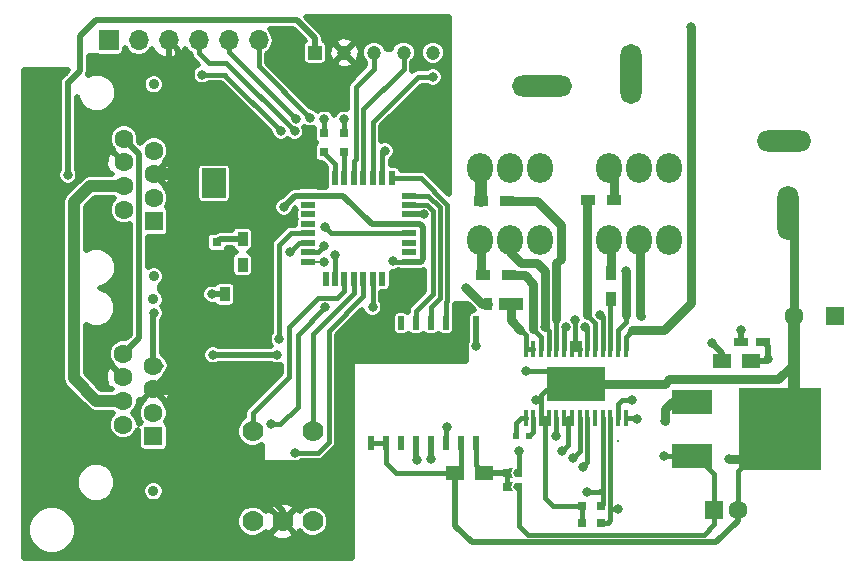
<source format=gtl>
G04 #@! TF.FileFunction,Copper,L1,Top,Signal*
%FSLAX46Y46*%
G04 Gerber Fmt 4.6, Leading zero omitted, Abs format (unit mm)*
G04 Created by KiCad (PCBNEW 4.0.5) date 04/04/17 09:28:52*
%MOMM*%
%LPD*%
G01*
G04 APERTURE LIST*
%ADD10C,0.100000*%
%ADD11C,1.200000*%
%ADD12R,1.200000X1.200000*%
%ADD13O,2.200000X2.499360*%
%ADD14C,0.900000*%
%ADD15C,1.600000*%
%ADD16R,1.600000X1.600000*%
%ADD17O,1.800000X5.100000*%
%ADD18O,5.100000X1.800000*%
%ADD19R,3.500000X2.000000*%
%ADD20R,7.000000X7.000000*%
%ADD21R,2.000000X1.100000*%
%ADD22R,0.800000X1.100000*%
%ADD23R,2.000000X2.500000*%
%ADD24R,0.900000X1.200000*%
%ADD25R,1.200000X0.900000*%
%ADD26R,1.200000X0.750000*%
%ADD27R,1.500000X1.250000*%
%ADD28R,0.600000X0.500000*%
%ADD29R,0.450000X1.475000*%
%ADD30R,5.000000X3.000000*%
%ADD31R,0.800000X0.800000*%
%ADD32R,1.200000X0.600000*%
%ADD33R,0.600000X1.200000*%
%ADD34R,1.700000X1.700000*%
%ADD35O,1.700000X1.700000*%
%ADD36R,0.508000X1.143000*%
%ADD37O,4.600000X1.800000*%
%ADD38O,1.800000X4.600000*%
%ADD39C,1.778000*%
%ADD40R,0.600000X0.800000*%
%ADD41R,0.700000X0.800000*%
%ADD42C,0.800000*%
%ADD43C,0.203200*%
%ADD44C,0.800000*%
%ADD45C,0.450000*%
%ADD46C,0.500000*%
%ADD47C,1.000000*%
G04 APERTURE END LIST*
D10*
D11*
X190025000Y-51425000D03*
D12*
X180025000Y-51425000D03*
D11*
X182525000Y-51425000D03*
X185025000Y-51425000D03*
X187525000Y-51425000D03*
D13*
X207465000Y-67275000D03*
X204925000Y-67275000D03*
X210005000Y-67275000D03*
D14*
X166340000Y-72300000D03*
X166340000Y-88550000D03*
D15*
X166340000Y-77925000D03*
X166340000Y-79925000D03*
X166340000Y-81925000D03*
D16*
X166340000Y-83925000D03*
D15*
X163800000Y-76925000D03*
X163800000Y-78925000D03*
X163800000Y-80925000D03*
X163800000Y-82925000D03*
D17*
X206825000Y-53250000D03*
D18*
X199225000Y-54250000D03*
D16*
X213825000Y-90175000D03*
D15*
X215825000Y-90175000D03*
D19*
X211960000Y-80999000D03*
X211960000Y-85579000D03*
D20*
X219360000Y-83299000D03*
D16*
X224075000Y-73725000D03*
D15*
X220575000Y-73725000D03*
D21*
X196600000Y-72700000D03*
D22*
X194700000Y-72700000D03*
D23*
X175475000Y-62497000D03*
X171475000Y-62497000D03*
D24*
X205050000Y-70125000D03*
X205050000Y-72325000D03*
D25*
X205350000Y-63900000D03*
X203150000Y-63900000D03*
X196475000Y-70275000D03*
X194275000Y-70275000D03*
X196275000Y-64025000D03*
X194075000Y-64025000D03*
D26*
X216100000Y-75950000D03*
X218000000Y-75950000D03*
D27*
X214450000Y-77500000D03*
X216950000Y-77500000D03*
D28*
X197055000Y-83885000D03*
X198155000Y-83885000D03*
D29*
X206325000Y-76507000D03*
X205675000Y-76507000D03*
X205025000Y-76507000D03*
X204375000Y-76507000D03*
X203725000Y-76507000D03*
X203075000Y-76507000D03*
X202425000Y-76507000D03*
X201775000Y-76507000D03*
X201125000Y-76507000D03*
X200475000Y-76507000D03*
X199825000Y-76507000D03*
X199175000Y-76507000D03*
X198525000Y-76507000D03*
X197875000Y-76507000D03*
X197875000Y-82383000D03*
X198525000Y-82383000D03*
X199175000Y-82383000D03*
X199825000Y-82383000D03*
X200475000Y-82383000D03*
X201125000Y-82383000D03*
X201775000Y-82383000D03*
X202425000Y-82383000D03*
X203075000Y-82383000D03*
X203725000Y-82383000D03*
X204375000Y-82383000D03*
X205025000Y-82383000D03*
X205675000Y-82383000D03*
X206325000Y-82383000D03*
D30*
X202100000Y-79445000D03*
D31*
X204245000Y-89775000D03*
X202645000Y-89775000D03*
X204245000Y-91245000D03*
X202645000Y-91245000D03*
X171700000Y-67500000D03*
X171700000Y-69100000D03*
X182525000Y-59825000D03*
X182525000Y-58225000D03*
X180830000Y-59820000D03*
X180830000Y-58220000D03*
D32*
X187975000Y-69125000D03*
X187975000Y-68325000D03*
X187975000Y-67525000D03*
X187975000Y-66725000D03*
X187975000Y-65925000D03*
X187975000Y-65125000D03*
X187975000Y-64325000D03*
X187975000Y-63525000D03*
D33*
X186525000Y-62075000D03*
X185725000Y-62075000D03*
X184925000Y-62075000D03*
X184125000Y-62075000D03*
X183325000Y-62075000D03*
X182525000Y-62075000D03*
X181725000Y-62075000D03*
X180925000Y-62075000D03*
D32*
X179475000Y-63525000D03*
X179475000Y-64325000D03*
X179475000Y-65125000D03*
X179475000Y-65925000D03*
X179475000Y-66725000D03*
X179475000Y-67525000D03*
X179475000Y-68325000D03*
X179475000Y-69125000D03*
D33*
X180925000Y-70575000D03*
X181725000Y-70575000D03*
X182525000Y-70575000D03*
X183325000Y-70575000D03*
X184125000Y-70575000D03*
X184925000Y-70575000D03*
X185725000Y-70575000D03*
X186525000Y-70575000D03*
D24*
X173900000Y-69400000D03*
X173900000Y-67200000D03*
X172400000Y-71900000D03*
X172400000Y-74100000D03*
D34*
X162550000Y-50400000D03*
D35*
X165090000Y-50400000D03*
X167630000Y-50400000D03*
X170170000Y-50400000D03*
X172710000Y-50400000D03*
X175250000Y-50400000D03*
D14*
X166390000Y-54100000D03*
X166390000Y-70350000D03*
D15*
X166390000Y-59725000D03*
X166390000Y-61725000D03*
X166390000Y-63725000D03*
D16*
X166390000Y-65725000D03*
D15*
X163850000Y-58725000D03*
X163850000Y-60725000D03*
X163850000Y-62725000D03*
X163850000Y-64725000D03*
D36*
X193670000Y-74345000D03*
X192400000Y-74345000D03*
X191130000Y-74345000D03*
X189860000Y-74345000D03*
X188590000Y-74345000D03*
X187320000Y-74345000D03*
X186050000Y-74345000D03*
X184780000Y-74345000D03*
X184780000Y-84505000D03*
X186050000Y-84505000D03*
X187320000Y-84505000D03*
X188590000Y-84505000D03*
X189860000Y-84505000D03*
X191130000Y-84505000D03*
X192400000Y-84505000D03*
X193670000Y-84505000D03*
D27*
X194375000Y-87025000D03*
X191875000Y-87025000D03*
D37*
X219750000Y-58875000D03*
D38*
X220100000Y-64975000D03*
D39*
X179840000Y-83490000D03*
X174760000Y-83490000D03*
X174760000Y-91110000D03*
X177300000Y-91110000D03*
X179840000Y-91110000D03*
D10*
G36*
X197015001Y-87775000D02*
X197214999Y-88175000D01*
X196815001Y-88175000D01*
X197014999Y-87775000D01*
X197015001Y-87775000D01*
X197015001Y-87775000D01*
G37*
G36*
X197014999Y-88575000D02*
X196815001Y-88175000D01*
X197214999Y-88175000D01*
X197015001Y-88575000D01*
X197014999Y-88575000D01*
X197014999Y-88575000D01*
G37*
D40*
X197315000Y-88175000D03*
D10*
G36*
X196634999Y-88175000D02*
X196435001Y-87775000D01*
X196834999Y-87775000D01*
X196635001Y-88175000D01*
X196634999Y-88175000D01*
X196634999Y-88175000D01*
G37*
G36*
X196635001Y-88175000D02*
X196834999Y-88575000D01*
X196435001Y-88575000D01*
X196634999Y-88175000D01*
X196635001Y-88175000D01*
X196635001Y-88175000D01*
G37*
D41*
X196285000Y-88175000D03*
D10*
G36*
X197015001Y-86625000D02*
X197214999Y-87025000D01*
X196815001Y-87025000D01*
X197014999Y-86625000D01*
X197015001Y-86625000D01*
X197015001Y-86625000D01*
G37*
G36*
X197014999Y-87425000D02*
X196815001Y-87025000D01*
X197214999Y-87025000D01*
X197015001Y-87425000D01*
X197014999Y-87425000D01*
X197014999Y-87425000D01*
G37*
D40*
X197315000Y-87025000D03*
D10*
G36*
X196634999Y-87025000D02*
X196435001Y-86625000D01*
X196834999Y-86625000D01*
X196635001Y-87025000D01*
X196634999Y-87025000D01*
X196634999Y-87025000D01*
G37*
G36*
X196635001Y-87025000D02*
X196834999Y-87425000D01*
X196435001Y-87425000D01*
X196634999Y-87025000D01*
X196635001Y-87025000D01*
X196635001Y-87025000D01*
G37*
D41*
X196285000Y-87025000D03*
D13*
X207465000Y-61175000D03*
X204925000Y-61175000D03*
X210005000Y-61175000D03*
X196565000Y-67275000D03*
X194025000Y-67275000D03*
X199105000Y-67275000D03*
X196565000Y-61175000D03*
X194025000Y-61175000D03*
X199105000Y-61175000D03*
D42*
X209625000Y-82650000D03*
X192850000Y-71350000D03*
X211900000Y-49240000D03*
X215050000Y-85800000D03*
X197925000Y-78425000D03*
X198765000Y-80875000D03*
X177400000Y-64500000D03*
X173900000Y-69400000D03*
X186600000Y-69100000D03*
X171500000Y-62500000D03*
X218350000Y-77350000D03*
X176000000Y-59900000D03*
X173800000Y-73200000D03*
X186600000Y-71800000D03*
X197275000Y-85125000D03*
X200975000Y-85115000D03*
X171400000Y-77000000D03*
X176800000Y-77000000D03*
X193700000Y-76300000D03*
X202695000Y-86475000D03*
X188655000Y-85955000D03*
X189825000Y-85835000D03*
X201845000Y-85755000D03*
X200475000Y-83905000D03*
X191200000Y-83100000D03*
X213600000Y-76050000D03*
X189225000Y-65125000D03*
X216100000Y-74950000D03*
X206400000Y-69900000D03*
X166400000Y-73500000D03*
X159100000Y-61800000D03*
X177120000Y-58060000D03*
X170490000Y-53280000D03*
X180790000Y-69140000D03*
X180800000Y-67810000D03*
X178300000Y-58100000D03*
X178410000Y-57050000D03*
X180870000Y-66170000D03*
X179590000Y-56940000D03*
X181700000Y-68600000D03*
X209575000Y-85575000D03*
X199500000Y-74700000D03*
X204200000Y-73675000D03*
X207600000Y-73700000D03*
X171300000Y-71900000D03*
X180830000Y-57070000D03*
X185950000Y-59725000D03*
X182495000Y-57065000D03*
X207275000Y-82405000D03*
X205650000Y-90100000D03*
X203075000Y-88650000D03*
X206845000Y-80825000D03*
X178300000Y-85300000D03*
X176300000Y-82900000D03*
X184900000Y-73000000D03*
X180900000Y-73000000D03*
X177900000Y-68300000D03*
X177000000Y-75700000D03*
X202900000Y-74675000D03*
X202075000Y-74100000D03*
X201275000Y-74675000D03*
X190025000Y-53500000D03*
D43*
X205665000Y-84295000D02*
X205665000Y-84215000D01*
D44*
X209625000Y-81625000D02*
X210251000Y-80999000D01*
X209625000Y-82650000D02*
X209625000Y-81625000D01*
X194200000Y-72700000D02*
X192850000Y-71350000D01*
X194700000Y-72700000D02*
X194200000Y-72700000D01*
X211900000Y-49240000D02*
X211900000Y-72600000D01*
D45*
X206325000Y-75475000D02*
X206325000Y-76507000D01*
X206325000Y-75475000D02*
X206900000Y-74900000D01*
D44*
X209600000Y-74900000D02*
X211900000Y-72600000D01*
X206900000Y-74900000D02*
X209600000Y-74900000D01*
D45*
X215825000Y-86834000D02*
X219360000Y-83299000D01*
D44*
X215050000Y-85800000D02*
X216859000Y-85800000D01*
X208650000Y-79445000D02*
X209680000Y-79445000D01*
X220575000Y-77775000D02*
X220575000Y-77425000D01*
X219250000Y-79100000D02*
X220575000Y-77775000D01*
X210025000Y-79100000D02*
X219250000Y-79100000D01*
X209680000Y-79445000D02*
X210025000Y-79100000D01*
X207950000Y-79445000D02*
X208650000Y-79445000D01*
X220575000Y-77425000D02*
X220575000Y-77425000D01*
X220575000Y-73725000D02*
X220575000Y-65450000D01*
X220575000Y-65450000D02*
X220100000Y-64975000D01*
D46*
X218286000Y-82225000D02*
X219360000Y-83299000D01*
D45*
X191875000Y-87025000D02*
X186925000Y-87025000D01*
X186050000Y-86150000D02*
X186050000Y-84505000D01*
X186925000Y-87025000D02*
X186050000Y-86150000D01*
X184780000Y-84505000D02*
X186050000Y-84505000D01*
D44*
X202100000Y-79445000D02*
X207950000Y-79445000D01*
D46*
X194600000Y-92900000D02*
X193300000Y-92900000D01*
X191875000Y-91475000D02*
X191875000Y-90875000D01*
X193300000Y-92900000D02*
X191875000Y-91475000D01*
X215825000Y-90175000D02*
X215825000Y-91075000D01*
X191875000Y-90875000D02*
X191875000Y-87025000D01*
X214000000Y-92900000D02*
X194600000Y-92900000D01*
X215825000Y-91075000D02*
X214000000Y-92900000D01*
D47*
X220575000Y-73725000D02*
X220575000Y-75425000D01*
X220575000Y-75425000D02*
X220575000Y-76700000D01*
X220575000Y-76700000D02*
X220575000Y-77425000D01*
X220575000Y-77425000D02*
X220575000Y-82084000D01*
X220575000Y-82084000D02*
X219360000Y-83299000D01*
D45*
X199500000Y-82383000D02*
X199500000Y-89100000D01*
X199500000Y-89100000D02*
X200175000Y-89775000D01*
X200175000Y-89775000D02*
X202645000Y-89775000D01*
X215825000Y-90175000D02*
X215825000Y-86834000D01*
X199175000Y-81525000D02*
X199175000Y-80425000D01*
X199175000Y-80425000D02*
X200155000Y-79445000D01*
D43*
X200155000Y-79445000D02*
X202100000Y-79445000D01*
X201015000Y-79445000D02*
X202100000Y-79445000D01*
D45*
X197925000Y-78425000D02*
X201080000Y-78425000D01*
D43*
X201080000Y-78425000D02*
X202100000Y-79445000D01*
D45*
X192400000Y-84505000D02*
X192400000Y-86500000D01*
X192400000Y-86500000D02*
X191875000Y-87025000D01*
X202645000Y-89775000D02*
X202645000Y-91245000D01*
X199175000Y-82383000D02*
X199175000Y-81525000D01*
D43*
X199175000Y-81525000D02*
X199175000Y-81285000D01*
X199175000Y-81285000D02*
X198765000Y-80875000D01*
X199825000Y-82383000D02*
X199500000Y-82383000D01*
X199500000Y-82383000D02*
X199475000Y-82383000D01*
X199475000Y-82383000D02*
X199175000Y-82383000D01*
D46*
X179475000Y-63525000D02*
X178375000Y-63525000D01*
X178375000Y-63525000D02*
X177400000Y-64500000D01*
X179475000Y-63525000D02*
X182425000Y-63525000D01*
X184825000Y-65925000D02*
X187975000Y-65925000D01*
X182425000Y-63525000D02*
X184825000Y-65925000D01*
D45*
X186625000Y-69125000D02*
X186600000Y-69100000D01*
X187975000Y-69125000D02*
X186625000Y-69125000D01*
X171500000Y-62500000D02*
X171497000Y-62497000D01*
X171497000Y-62497000D02*
X171475000Y-62497000D01*
D46*
X187975000Y-69125000D02*
X188975000Y-69125000D01*
X189200000Y-68900000D02*
X189200000Y-68200000D01*
X188975000Y-69125000D02*
X189200000Y-68900000D01*
X187975000Y-65925000D02*
X188925000Y-65925000D01*
X189200000Y-66200000D02*
X189200000Y-68200000D01*
X188925000Y-65925000D02*
X189200000Y-66200000D01*
D45*
X188675000Y-69125000D02*
X187975000Y-69125000D01*
X189200000Y-68200000D02*
X189200000Y-68600000D01*
D46*
X218000000Y-75950000D02*
X218350000Y-76300000D01*
X218350000Y-76300000D02*
X218350000Y-77350000D01*
X218200000Y-77500000D02*
X216950000Y-77500000D01*
X218350000Y-77350000D02*
X218200000Y-77500000D01*
X169600000Y-59900000D02*
X169300000Y-59900000D01*
X169300000Y-59900000D02*
X168400000Y-60800000D01*
X169950000Y-59900000D02*
X169600000Y-59900000D01*
X176000000Y-59900000D02*
X170500000Y-59900000D01*
X170500000Y-59900000D02*
X169950000Y-59900000D01*
X168400000Y-62276190D02*
X168400000Y-60800000D01*
X168400000Y-60800000D02*
X168400000Y-60350000D01*
X168400000Y-60350000D02*
X168400000Y-51170000D01*
X168400000Y-51170000D02*
X167630000Y-50400000D01*
X168400000Y-78300000D02*
X168400000Y-87050000D01*
X176200000Y-89125000D02*
X177300000Y-90225000D01*
X170475000Y-89125000D02*
X176200000Y-89125000D01*
X168400000Y-87050000D02*
X170475000Y-89125000D01*
X177300000Y-90225000D02*
X177300000Y-91110000D01*
X172400000Y-70700000D02*
X174500000Y-70700000D01*
X174500000Y-70700000D02*
X175475000Y-69725000D01*
X171700000Y-69100000D02*
X171700000Y-70000000D01*
X171700000Y-70000000D02*
X172400000Y-70700000D01*
D47*
X166340000Y-79925000D02*
X167475000Y-79925000D01*
X168400000Y-62276190D02*
X168400000Y-62276190D01*
X168400000Y-62276190D02*
X167848810Y-61725000D01*
X167848810Y-61725000D02*
X166390000Y-61725000D01*
X168400000Y-79000000D02*
X168400000Y-78300000D01*
X168400000Y-78300000D02*
X168400000Y-62276190D01*
X167475000Y-79925000D02*
X168400000Y-79000000D01*
D46*
X180925000Y-62075000D02*
X175897000Y-62075000D01*
X175897000Y-62075000D02*
X175475000Y-62497000D01*
X176000000Y-59900000D02*
X176000000Y-61972000D01*
X176000000Y-61972000D02*
X175475000Y-62497000D01*
X173800000Y-73200000D02*
X172900000Y-74100000D01*
X172900000Y-74100000D02*
X172400000Y-74100000D01*
X175475000Y-62497000D02*
X175475000Y-69725000D01*
X175475000Y-69725000D02*
X175475000Y-71525000D01*
X175475000Y-71525000D02*
X173800000Y-73200000D01*
X186525000Y-70575000D02*
X186525000Y-73870000D01*
X186525000Y-73870000D02*
X186050000Y-74345000D01*
X184780000Y-74345000D02*
X186050000Y-74345000D01*
D45*
X186050000Y-74345000D02*
X186050000Y-75150000D01*
X186050000Y-75150000D02*
X186400000Y-75500000D01*
X186400000Y-75500000D02*
X192000000Y-75500000D01*
X192000000Y-75500000D02*
X192400000Y-75100000D01*
X192400000Y-75100000D02*
X192400000Y-74345000D01*
D46*
X186525000Y-70575000D02*
X186525000Y-71725000D01*
X186525000Y-71725000D02*
X186600000Y-71800000D01*
D45*
X196325000Y-88175000D02*
X196325000Y-87025000D01*
D46*
X196325000Y-87025000D02*
X194375000Y-87025000D01*
D45*
X193670000Y-84505000D02*
X193670000Y-86320000D01*
X193670000Y-86320000D02*
X194375000Y-87025000D01*
X197275000Y-85125000D02*
X197275000Y-86985000D01*
X197275000Y-86985000D02*
X197315000Y-87025000D01*
D43*
X197275000Y-85125000D02*
X197275000Y-87025000D01*
D45*
X201455000Y-84635000D02*
X200975000Y-85115000D01*
X201455000Y-84635000D02*
X201455000Y-82383000D01*
D43*
X201775000Y-82383000D02*
X201455000Y-82383000D01*
X201455000Y-82383000D02*
X201125000Y-82383000D01*
D46*
X171400000Y-77000000D02*
X176800000Y-77000000D01*
X193670000Y-76270000D02*
X193670000Y-74345000D01*
X193700000Y-76300000D02*
X193670000Y-76270000D01*
D47*
X159600000Y-66900000D02*
X159600000Y-64100000D01*
X159600000Y-64100000D02*
X160975000Y-62725000D01*
X160975000Y-62725000D02*
X163850000Y-62725000D01*
X161525000Y-80925000D02*
X163800000Y-80925000D01*
X159600000Y-79000000D02*
X161525000Y-80925000D01*
X159600000Y-66900000D02*
X159600000Y-79000000D01*
D45*
X189475000Y-64325000D02*
X189545000Y-64325000D01*
X187975000Y-64325000D02*
X189475000Y-64325000D01*
X190020000Y-71905000D02*
X188590000Y-73335000D01*
X190020000Y-64800000D02*
X190020000Y-71905000D01*
X189545000Y-64325000D02*
X190020000Y-64800000D01*
X188590000Y-73335000D02*
X188590000Y-74345000D01*
D43*
X188590000Y-73335000D02*
X188590000Y-74345000D01*
D45*
X189860000Y-74345000D02*
X189860000Y-72940000D01*
X189615000Y-63525000D02*
X187975000Y-63525000D01*
X190630000Y-64540000D02*
X189615000Y-63525000D01*
X190630000Y-72170000D02*
X190630000Y-64540000D01*
X189860000Y-72940000D02*
X190630000Y-72170000D01*
X191130000Y-74345000D02*
X191130000Y-72570000D01*
X189025000Y-62075000D02*
X186525000Y-62075000D01*
X191240000Y-64290000D02*
X189025000Y-62075000D01*
X191240000Y-72460000D02*
X191240000Y-64290000D01*
X191130000Y-72570000D02*
X191240000Y-72460000D01*
X203075000Y-82383000D02*
X203075000Y-86095000D01*
X203075000Y-86095000D02*
X202695000Y-86475000D01*
D43*
X188655000Y-85955000D02*
X188590000Y-85890000D01*
D46*
X188590000Y-84505000D02*
X188590000Y-85890000D01*
D45*
X202425000Y-82383000D02*
X202425000Y-85175000D01*
X202425000Y-85175000D02*
X201845000Y-85755000D01*
D43*
X202010000Y-85590000D02*
X201845000Y-85755000D01*
D46*
X189860000Y-84505000D02*
X189860000Y-85800000D01*
D43*
X189860000Y-85800000D02*
X189825000Y-85835000D01*
D45*
X200475000Y-82383000D02*
X200475000Y-83905000D01*
X191130000Y-83170000D02*
X191130000Y-84505000D01*
D43*
X191200000Y-83100000D02*
X191130000Y-83170000D01*
D46*
X213600000Y-76050000D02*
X214450000Y-76900000D01*
X214450000Y-76900000D02*
X214450000Y-77500000D01*
X187975000Y-65125000D02*
X189225000Y-65125000D01*
X216100000Y-75950000D02*
X216100000Y-74950000D01*
D44*
X206400000Y-69900000D02*
X206400000Y-73600000D01*
D45*
X205675000Y-75425000D02*
X205675000Y-76507000D01*
X206400000Y-74200000D02*
X206400000Y-73600000D01*
X205675000Y-74925000D02*
X206400000Y-74200000D01*
X205675000Y-75425000D02*
X205675000Y-74925000D01*
D46*
X166340000Y-77925000D02*
X166340000Y-73560000D01*
X166340000Y-73560000D02*
X166400000Y-73500000D01*
X166340000Y-77925000D02*
X166975000Y-77925000D01*
X163100000Y-48700000D02*
X161500000Y-48700000D01*
X180025000Y-50225000D02*
X178500000Y-48700000D01*
X178500000Y-48700000D02*
X163100000Y-48700000D01*
X180025000Y-51425000D02*
X180025000Y-50225000D01*
X160150000Y-52950000D02*
X159100000Y-54000000D01*
X160150000Y-50050000D02*
X160150000Y-52950000D01*
X161500000Y-48700000D02*
X160150000Y-50050000D01*
X159100000Y-53900000D02*
X159100000Y-54000000D01*
X159100000Y-54000000D02*
X159100000Y-61800000D01*
X163850000Y-58725000D02*
X163850000Y-58750000D01*
X163850000Y-58750000D02*
X165100000Y-60000000D01*
X165100000Y-75625000D02*
X163800000Y-76925000D01*
X165100000Y-60000000D02*
X165100000Y-75625000D01*
D45*
X170490000Y-53280000D02*
X172340000Y-53280000D01*
X172340000Y-53280000D02*
X177120000Y-58060000D01*
D43*
X179475000Y-69125000D02*
X180775000Y-69125000D01*
X180775000Y-69125000D02*
X180790000Y-69140000D01*
D45*
X172400000Y-53280000D02*
X170490000Y-53280000D01*
D43*
X170490000Y-53280000D02*
X170480000Y-53280000D01*
D45*
X180285000Y-68325000D02*
X180800000Y-67810000D01*
X179475000Y-68325000D02*
X180285000Y-68325000D01*
X170170000Y-51420000D02*
X170170000Y-50400000D01*
X171050000Y-52300000D02*
X170170000Y-51420000D01*
X178300000Y-58100000D02*
X172500000Y-52300000D01*
X172500000Y-52300000D02*
X171050000Y-52300000D01*
X178410000Y-57050000D02*
X174535000Y-53175000D01*
X172710000Y-51350000D02*
X174535000Y-53175000D01*
X172710000Y-50400000D02*
X172710000Y-51350000D01*
X181425000Y-66725000D02*
X187975000Y-66725000D01*
X181425000Y-66725000D02*
X180870000Y-66170000D01*
X175250000Y-52600000D02*
X175250000Y-50400000D01*
X179590000Y-56940000D02*
X175250000Y-52600000D01*
D43*
X181725000Y-68625000D02*
X181700000Y-68600000D01*
D45*
X181725000Y-68625000D02*
X181725000Y-70575000D01*
X211960000Y-85579000D02*
X209579000Y-85579000D01*
X209579000Y-85579000D02*
X209575000Y-85575000D01*
X213825000Y-87100000D02*
X212304000Y-85579000D01*
X212304000Y-85579000D02*
X211960000Y-85579000D01*
X213825000Y-91350000D02*
X212925000Y-92250000D01*
X212925000Y-92250000D02*
X212600000Y-92250000D01*
X211960000Y-85579000D02*
X212679000Y-85579000D01*
X213825000Y-87100000D02*
X213825000Y-90175000D01*
X213825000Y-90175000D02*
X213825000Y-87444000D01*
X197315000Y-88175000D02*
X197315000Y-91515000D01*
X197315000Y-91515000D02*
X198050000Y-92250000D01*
X198050000Y-92250000D02*
X212600000Y-92250000D01*
X212600000Y-92250000D02*
X212925000Y-92250000D01*
X213825000Y-91350000D02*
X213825000Y-91025000D01*
X213825000Y-91025000D02*
X213825000Y-90175000D01*
D43*
X213825000Y-91350000D02*
X213825000Y-90175000D01*
D47*
X194105000Y-61175000D02*
X194105000Y-63995000D01*
X194105000Y-63995000D02*
X194075000Y-64025000D01*
D44*
X196565000Y-67275000D02*
X196565000Y-68340000D01*
X196565000Y-68340000D02*
X197450000Y-69225000D01*
X197450000Y-69225000D02*
X198797598Y-69225000D01*
X198797598Y-69225000D02*
X199522598Y-69950000D01*
X199522598Y-69950000D02*
X199500000Y-69950000D01*
X199500000Y-74700000D02*
X199500000Y-69950000D01*
X199500000Y-69950000D02*
X199500000Y-69950000D01*
D45*
X199825000Y-75025000D02*
X199500000Y-74700000D01*
X199825000Y-76507000D02*
X199825000Y-75025000D01*
D44*
X194105000Y-67275000D02*
X194105000Y-70105000D01*
D46*
X194105000Y-70105000D02*
X194275000Y-70275000D01*
D44*
X205350000Y-63900000D02*
X205350000Y-61520000D01*
X205350000Y-61520000D02*
X205005000Y-61175000D01*
X207545000Y-67275000D02*
X207545000Y-73645000D01*
X207545000Y-73645000D02*
X207600000Y-73700000D01*
D45*
X204375000Y-73850000D02*
X204375000Y-76507000D01*
X204375000Y-73850000D02*
X204200000Y-73675000D01*
D44*
X205050000Y-70125000D02*
X205050000Y-67320000D01*
D45*
X205050000Y-67320000D02*
X205005000Y-67275000D01*
D46*
X171300000Y-71900000D02*
X172400000Y-71900000D01*
D45*
X180830000Y-58220000D02*
X180830000Y-57070000D01*
X185725000Y-59950000D02*
X185725000Y-62075000D01*
X185950000Y-59725000D02*
X185725000Y-59950000D01*
X182525000Y-57095000D02*
X182525000Y-58225000D01*
D43*
X182495000Y-57065000D02*
X182525000Y-57095000D01*
D45*
X207253000Y-82383000D02*
X206325000Y-82383000D01*
D43*
X207275000Y-82405000D02*
X207253000Y-82383000D01*
D45*
X205650000Y-90100000D02*
X205225000Y-90100000D01*
X205025000Y-89600000D02*
X205025000Y-89900000D01*
D43*
X205025000Y-89900000D02*
X205225000Y-90100000D01*
X205650000Y-90100000D02*
X205625000Y-90075000D01*
D45*
X204245000Y-91245000D02*
X204805000Y-91245000D01*
X205025000Y-91025000D02*
X205025000Y-90075000D01*
D43*
X205025000Y-90075000D02*
X205025000Y-89600000D01*
D45*
X205025000Y-89600000D02*
X205025000Y-88685000D01*
X204805000Y-91245000D02*
X205025000Y-91025000D01*
X205025000Y-82383000D02*
X205025000Y-88685000D01*
D43*
X205025000Y-88685000D02*
X205025000Y-88675000D01*
D45*
X204100000Y-88650000D02*
X204375000Y-88375000D01*
X203075000Y-88650000D02*
X204100000Y-88650000D01*
X204375000Y-89645000D02*
X204375000Y-88375000D01*
X204375000Y-88375000D02*
X204375000Y-86845000D01*
X204375000Y-86845000D02*
X204375000Y-82383000D01*
D43*
X204375000Y-89645000D02*
X204245000Y-89775000D01*
D45*
X205675000Y-81145000D02*
X205675000Y-82383000D01*
X205995000Y-80825000D02*
X205675000Y-81145000D01*
X206845000Y-80825000D02*
X205995000Y-80825000D01*
X185025000Y-52805000D02*
X185025000Y-51425000D01*
X183480000Y-54350000D02*
X185025000Y-52805000D01*
X183480000Y-60470000D02*
X183480000Y-54350000D01*
X183325000Y-60625000D02*
X183480000Y-60470000D01*
X183325000Y-62075000D02*
X183325000Y-60625000D01*
X184125000Y-62075000D02*
X184125000Y-56175000D01*
X184125000Y-56175000D02*
X187525000Y-52775000D01*
D43*
X184125000Y-57000000D02*
X184125000Y-56175000D01*
X184125000Y-62075000D02*
X184125000Y-57000000D01*
X184125000Y-57000000D02*
X184125000Y-56965000D01*
D45*
X187525000Y-52775000D02*
X187525000Y-51425000D01*
D43*
X187525000Y-52775000D02*
X187525000Y-51425000D01*
D46*
X173900000Y-67200000D02*
X172000000Y-67200000D01*
X172000000Y-67200000D02*
X171700000Y-67500000D01*
D45*
X177285000Y-79415000D02*
X177840000Y-78860000D01*
X177840000Y-74660000D02*
X180300000Y-72200000D01*
X177840000Y-78860000D02*
X177840000Y-74660000D01*
X174760000Y-83490000D02*
X174760000Y-81940000D01*
X174760000Y-81940000D02*
X177285000Y-79415000D01*
X182525000Y-71575000D02*
X182525000Y-70575000D01*
X180300000Y-72200000D02*
X181900000Y-72200000D01*
X181900000Y-72200000D02*
X182525000Y-71575000D01*
D43*
X174300000Y-83030000D02*
X174760000Y-83490000D01*
D45*
X183325000Y-70575000D02*
X183325000Y-71775000D01*
X179840000Y-75260000D02*
X179840000Y-83490000D01*
X183325000Y-71775000D02*
X179840000Y-75260000D01*
D43*
X180300000Y-83030000D02*
X179840000Y-83490000D01*
D45*
X181200000Y-84400000D02*
X180300000Y-85300000D01*
X180300000Y-85300000D02*
X178300000Y-85300000D01*
X184125000Y-72075000D02*
X184125000Y-70575000D01*
X181200000Y-75000000D02*
X184125000Y-72075000D01*
X181200000Y-84400000D02*
X181200000Y-75000000D01*
X178600000Y-81400000D02*
X177100000Y-82900000D01*
X177100000Y-82900000D02*
X176300000Y-82900000D01*
X178600000Y-81400000D02*
X178600000Y-75300000D01*
X184900000Y-73000000D02*
X184900000Y-70600000D01*
X178600000Y-75300000D02*
X180900000Y-73000000D01*
D43*
X184900000Y-70600000D02*
X184925000Y-70575000D01*
D45*
X178675000Y-67525000D02*
X179475000Y-67525000D01*
X177900000Y-68300000D02*
X178675000Y-67525000D01*
X177000000Y-67725000D02*
X178000000Y-66725000D01*
X177000000Y-75700000D02*
X177000000Y-67725000D01*
X178000000Y-66725000D02*
X179475000Y-66725000D01*
X182525000Y-59825000D02*
X182525000Y-62075000D01*
X180830000Y-59820000D02*
X180830000Y-59940000D01*
X180830000Y-59940000D02*
X181725000Y-60835000D01*
X181725000Y-62075000D02*
X181725000Y-60835000D01*
X181725000Y-60835000D02*
X181725000Y-60825000D01*
X205025000Y-76507000D02*
X205025000Y-72350000D01*
X205025000Y-72350000D02*
X205050000Y-72325000D01*
X205025000Y-72025000D02*
X204925000Y-71925000D01*
X203725000Y-74325000D02*
X203075000Y-73675000D01*
X203725000Y-76507000D02*
X203725000Y-74325000D01*
D44*
X203075000Y-73675000D02*
X203075000Y-63975000D01*
X203075000Y-63975000D02*
X203150000Y-63900000D01*
D45*
X203075000Y-74850000D02*
X202900000Y-74675000D01*
X203075000Y-76507000D02*
X203075000Y-74850000D01*
X202075000Y-76507000D02*
X202075000Y-74100000D01*
X201775000Y-76507000D02*
X202075000Y-76507000D01*
X202075000Y-76507000D02*
X202100000Y-76507000D01*
X202100000Y-76507000D02*
X202425000Y-76507000D01*
X201125000Y-75575000D02*
X201125000Y-74825000D01*
X201125000Y-74825000D02*
X201275000Y-74675000D01*
X201125000Y-76507000D02*
X201125000Y-75575000D01*
X201125000Y-75575000D02*
X201125000Y-75550000D01*
D44*
X200820000Y-67260000D02*
X200820000Y-68870000D01*
D45*
X200475000Y-74000000D02*
X200475000Y-75300000D01*
X200475000Y-76507000D02*
X200475000Y-75300000D01*
D44*
X198850000Y-64025000D02*
X196275000Y-64025000D01*
X200820000Y-67260000D02*
X200820000Y-65995000D01*
X200820000Y-65995000D02*
X198850000Y-64025000D01*
X200475000Y-74000000D02*
X200475000Y-69215000D01*
X200820000Y-68870000D02*
X200475000Y-69215000D01*
X198525000Y-74850000D02*
X198525000Y-71025000D01*
D45*
X199175000Y-75500000D02*
X198525000Y-74850000D01*
X199175000Y-76507000D02*
X199175000Y-75500000D01*
D44*
X198525000Y-71025000D02*
X197775000Y-70275000D01*
X196475000Y-70275000D02*
X197775000Y-70275000D01*
X197375000Y-74875000D02*
X196600000Y-74100000D01*
D45*
X197875000Y-75375000D02*
X197375000Y-74875000D01*
X197875000Y-76507000D02*
X197875000Y-75375000D01*
D44*
X196600000Y-74100000D02*
X196600000Y-72700000D01*
D45*
X197875000Y-76507000D02*
X198525000Y-76507000D01*
X197055000Y-83885000D02*
X197055000Y-82795000D01*
X197467000Y-82383000D02*
X197875000Y-82383000D01*
X197055000Y-82795000D02*
X197467000Y-82383000D01*
X198525000Y-82383000D02*
X198525000Y-83515000D01*
X198525000Y-83515000D02*
X198155000Y-83885000D01*
X184925000Y-62075000D02*
X184925000Y-57325000D01*
X188750000Y-53500000D02*
X190025000Y-53500000D01*
X184925000Y-57325000D02*
X188750000Y-53500000D01*
D46*
G36*
X167634000Y-50396000D02*
X167654000Y-50396000D01*
X167654000Y-50404000D01*
X167634000Y-50404000D01*
X167634000Y-51818494D01*
X167885497Y-51987572D01*
X168001489Y-51964500D01*
X168571919Y-51703247D01*
X168998951Y-51243586D01*
X169041790Y-51128348D01*
X169212577Y-51383949D01*
X169467743Y-51554445D01*
X169496492Y-51698976D01*
X169654519Y-51935481D01*
X170158063Y-52439025D01*
X169978594Y-52513180D01*
X169724073Y-52767257D01*
X169586158Y-53099394D01*
X169585844Y-53459028D01*
X169723180Y-53791406D01*
X169977257Y-54045927D01*
X170309394Y-54183842D01*
X170669028Y-54184156D01*
X171001406Y-54046820D01*
X171039292Y-54009000D01*
X172038038Y-54009000D01*
X176215890Y-58186852D01*
X176215844Y-58239028D01*
X176353180Y-58571406D01*
X176607257Y-58825927D01*
X176939394Y-58963842D01*
X177299028Y-58964156D01*
X177631406Y-58826820D01*
X177689914Y-58768414D01*
X177787257Y-58865927D01*
X178119394Y-59003842D01*
X178479028Y-59004156D01*
X178811406Y-58866820D01*
X179065927Y-58612743D01*
X179203842Y-58280606D01*
X179204156Y-57920972D01*
X179123180Y-57724996D01*
X179409394Y-57843842D01*
X179769028Y-57844156D01*
X179924221Y-57780032D01*
X179916127Y-57820000D01*
X179916127Y-58620000D01*
X179951270Y-58806771D01*
X180061652Y-58978309D01*
X180121801Y-59019407D01*
X180071691Y-59051652D01*
X179956613Y-59220075D01*
X179916127Y-59420000D01*
X179916127Y-60220000D01*
X179951270Y-60406771D01*
X180061652Y-60578309D01*
X180230075Y-60693387D01*
X180430000Y-60733873D01*
X180592911Y-60733873D01*
X180996000Y-61136962D01*
X180996000Y-61210112D01*
X180951613Y-61275075D01*
X180911127Y-61475000D01*
X180911127Y-62675000D01*
X180929190Y-62771000D01*
X180303299Y-62771000D01*
X180274925Y-62751613D01*
X180075000Y-62711127D01*
X178875000Y-62711127D01*
X178688229Y-62746270D01*
X178649798Y-62771000D01*
X178375005Y-62771000D01*
X178375000Y-62770999D01*
X178086456Y-62828395D01*
X178016819Y-62874925D01*
X177841841Y-62991841D01*
X177841839Y-62991844D01*
X177237824Y-63595859D01*
X177220972Y-63595844D01*
X176888594Y-63733180D01*
X176634073Y-63987257D01*
X176496158Y-64319394D01*
X176495844Y-64679028D01*
X176633180Y-65011406D01*
X176887257Y-65265927D01*
X177219394Y-65403842D01*
X177579028Y-65404156D01*
X177911406Y-65266820D01*
X178165927Y-65012743D01*
X178303842Y-64680606D01*
X178303858Y-64662460D01*
X178361127Y-64605191D01*
X178361127Y-64625000D01*
X178380634Y-64728672D01*
X178361127Y-64825000D01*
X178361127Y-65425000D01*
X178380634Y-65528672D01*
X178361127Y-65625000D01*
X178361127Y-65996000D01*
X178000005Y-65996000D01*
X178000000Y-65995999D01*
X177721024Y-66051492D01*
X177484519Y-66209519D01*
X176484519Y-67209519D01*
X176326492Y-67446024D01*
X176271000Y-67725000D01*
X176271000Y-75150394D01*
X176234073Y-75187257D01*
X176096158Y-75519394D01*
X176095844Y-75879028D01*
X176233180Y-76211406D01*
X176267714Y-76246000D01*
X171924649Y-76246000D01*
X171912743Y-76234073D01*
X171580606Y-76096158D01*
X171220972Y-76095844D01*
X170888594Y-76233180D01*
X170634073Y-76487257D01*
X170496158Y-76819394D01*
X170495844Y-77179028D01*
X170633180Y-77511406D01*
X170887257Y-77765927D01*
X171219394Y-77903842D01*
X171579028Y-77904156D01*
X171911406Y-77766820D01*
X171924248Y-77754000D01*
X176275351Y-77754000D01*
X176287257Y-77765927D01*
X176619394Y-77903842D01*
X176979028Y-77904156D01*
X177111000Y-77849626D01*
X177111000Y-78558038D01*
X174244519Y-81424519D01*
X174086492Y-81661024D01*
X174031000Y-81940000D01*
X174031000Y-82283989D01*
X173971960Y-82308384D01*
X173579761Y-82699899D01*
X173367243Y-83211700D01*
X173366759Y-83765869D01*
X173578384Y-84278040D01*
X173969899Y-84670239D01*
X174481700Y-84882757D01*
X175035869Y-84883241D01*
X175548040Y-84671616D01*
X175550000Y-84669659D01*
X175550000Y-85950000D01*
X175567097Y-86040864D01*
X175620798Y-86124318D01*
X175702736Y-86180304D01*
X175800000Y-86200000D01*
X178110141Y-86200000D01*
X178119394Y-86203842D01*
X178479028Y-86204156D01*
X178811406Y-86066820D01*
X178849292Y-86029000D01*
X180300000Y-86029000D01*
X180578976Y-85973508D01*
X180815481Y-85815481D01*
X181715481Y-84915481D01*
X181873508Y-84678976D01*
X181929000Y-84400000D01*
X181929000Y-75301962D01*
X184012244Y-73218718D01*
X184133180Y-73511406D01*
X184387257Y-73765927D01*
X184719394Y-73903842D01*
X185079028Y-73904156D01*
X185411406Y-73766820D01*
X185665927Y-73512743D01*
X185803842Y-73180606D01*
X185804156Y-72820972D01*
X185666820Y-72488594D01*
X185629000Y-72450708D01*
X185629000Y-71688873D01*
X186025000Y-71688873D01*
X186211771Y-71653730D01*
X186383309Y-71543348D01*
X186498387Y-71374925D01*
X186538873Y-71175000D01*
X186538873Y-70003946D01*
X186779028Y-70004156D01*
X187111406Y-69866820D01*
X187118504Y-69859734D01*
X187175075Y-69898387D01*
X187375000Y-69938873D01*
X188575000Y-69938873D01*
X188761771Y-69903730D01*
X188800202Y-69879000D01*
X188974995Y-69879000D01*
X188975000Y-69879001D01*
X189263543Y-69821605D01*
X189291000Y-69803259D01*
X189291000Y-71603038D01*
X188074519Y-72819519D01*
X187916492Y-73056024D01*
X187861000Y-73335000D01*
X187861000Y-73359609D01*
X187773925Y-73300113D01*
X187574000Y-73259627D01*
X187066000Y-73259627D01*
X186879229Y-73294770D01*
X186707691Y-73405152D01*
X186592613Y-73573575D01*
X186552127Y-73773500D01*
X186552127Y-74916500D01*
X186587270Y-75103271D01*
X186697652Y-75274809D01*
X186866075Y-75389887D01*
X187066000Y-75430373D01*
X187574000Y-75430373D01*
X187760771Y-75395230D01*
X187932309Y-75284848D01*
X187953837Y-75253340D01*
X187967652Y-75274809D01*
X188136075Y-75389887D01*
X188336000Y-75430373D01*
X188844000Y-75430373D01*
X189030771Y-75395230D01*
X189202309Y-75284848D01*
X189223837Y-75253340D01*
X189237652Y-75274809D01*
X189406075Y-75389887D01*
X189606000Y-75430373D01*
X190114000Y-75430373D01*
X190300771Y-75395230D01*
X190472309Y-75284848D01*
X190493837Y-75253340D01*
X190507652Y-75274809D01*
X190676075Y-75389887D01*
X190876000Y-75430373D01*
X191384000Y-75430373D01*
X191570771Y-75395230D01*
X191742309Y-75284848D01*
X191857387Y-75116425D01*
X191897873Y-74916500D01*
X191897873Y-73773500D01*
X191862730Y-73586729D01*
X191859000Y-73580932D01*
X191859000Y-72820553D01*
X191870465Y-72803395D01*
X191913508Y-72738977D01*
X191916288Y-72725000D01*
X192946551Y-72725000D01*
X193481178Y-73259627D01*
X193416000Y-73259627D01*
X193229229Y-73294770D01*
X193057691Y-73405152D01*
X192942613Y-73573575D01*
X192902127Y-73773500D01*
X192902127Y-74916500D01*
X192916000Y-74990229D01*
X192916000Y-75830782D01*
X192796158Y-76119394D01*
X192795844Y-76479028D01*
X192800000Y-76489086D01*
X192800000Y-77550000D01*
X183400000Y-77550000D01*
X183302736Y-77569696D01*
X183220798Y-77625682D01*
X183167097Y-77709136D01*
X183150000Y-77800000D01*
X183150000Y-94246000D01*
X155354000Y-94246000D01*
X155354000Y-92241675D01*
X155670635Y-92241675D01*
X155990275Y-93015263D01*
X156581624Y-93607645D01*
X157354652Y-93928634D01*
X158191675Y-93929365D01*
X158965263Y-93609725D01*
X159557645Y-93018376D01*
X159878634Y-92245348D01*
X159879365Y-91408325D01*
X159870087Y-91385869D01*
X173366759Y-91385869D01*
X173578384Y-91898040D01*
X173969899Y-92290239D01*
X174481700Y-92502757D01*
X175035869Y-92503241D01*
X175548040Y-92291616D01*
X175673625Y-92166249D01*
X176249408Y-92166249D01*
X176316190Y-92470903D01*
X176911873Y-92743798D01*
X177566644Y-92767962D01*
X178180822Y-92539716D01*
X178283810Y-92470903D01*
X178350592Y-92166249D01*
X177300000Y-91115657D01*
X176249408Y-92166249D01*
X175673625Y-92166249D01*
X175864622Y-91975586D01*
X175870284Y-91990822D01*
X175939097Y-92093810D01*
X176243751Y-92160592D01*
X177294343Y-91110000D01*
X177305657Y-91110000D01*
X178356249Y-92160592D01*
X178660903Y-92093810D01*
X178721585Y-91961351D01*
X179049899Y-92290239D01*
X179561700Y-92502757D01*
X180115869Y-92503241D01*
X180628040Y-92291616D01*
X181020239Y-91900101D01*
X181232757Y-91388300D01*
X181233241Y-90834131D01*
X181021616Y-90321960D01*
X180630101Y-89929761D01*
X180118300Y-89717243D01*
X179564131Y-89716759D01*
X179051960Y-89928384D01*
X178735378Y-90244414D01*
X178729716Y-90229178D01*
X178660903Y-90126190D01*
X178356249Y-90059408D01*
X177305657Y-91110000D01*
X177294343Y-91110000D01*
X176243751Y-90059408D01*
X175939097Y-90126190D01*
X175878415Y-90258649D01*
X175673875Y-90053751D01*
X176249408Y-90053751D01*
X177300000Y-91104343D01*
X178350592Y-90053751D01*
X178283810Y-89749097D01*
X177688127Y-89476202D01*
X177033356Y-89452038D01*
X176419178Y-89680284D01*
X176316190Y-89749097D01*
X176249408Y-90053751D01*
X175673875Y-90053751D01*
X175550101Y-89929761D01*
X175038300Y-89717243D01*
X174484131Y-89716759D01*
X173971960Y-89928384D01*
X173579761Y-90319899D01*
X173367243Y-90831700D01*
X173366759Y-91385869D01*
X159870087Y-91385869D01*
X159559725Y-90634737D01*
X158968376Y-90042355D01*
X158195348Y-89721366D01*
X157358325Y-89720635D01*
X156584737Y-90040275D01*
X155992355Y-90631624D01*
X155671366Y-91404652D01*
X155670635Y-92241675D01*
X155354000Y-92241675D01*
X155354000Y-88162459D01*
X159795705Y-88162459D01*
X160054577Y-88788977D01*
X160533501Y-89268738D01*
X161159567Y-89528703D01*
X161837459Y-89529295D01*
X162463977Y-89270423D01*
X162943738Y-88791499D01*
X162965566Y-88738930D01*
X165385835Y-88738930D01*
X165530767Y-89089692D01*
X165798897Y-89358290D01*
X166149405Y-89503834D01*
X166528930Y-89504165D01*
X166879692Y-89359233D01*
X167148290Y-89091103D01*
X167293834Y-88740595D01*
X167294165Y-88361070D01*
X167149233Y-88010308D01*
X166881103Y-87741710D01*
X166530595Y-87596166D01*
X166151070Y-87595835D01*
X165800308Y-87740767D01*
X165531710Y-88008897D01*
X165386166Y-88359405D01*
X165385835Y-88738930D01*
X162965566Y-88738930D01*
X163203703Y-88165433D01*
X163204295Y-87487541D01*
X162945423Y-86861023D01*
X162466499Y-86381262D01*
X161840433Y-86121297D01*
X161162541Y-86120705D01*
X160536023Y-86379577D01*
X160056262Y-86858501D01*
X159796297Y-87484567D01*
X159795705Y-88162459D01*
X155354000Y-88162459D01*
X155354000Y-64100000D01*
X158596000Y-64100000D01*
X158596000Y-79000000D01*
X158672425Y-79384214D01*
X158890065Y-79709935D01*
X160815065Y-81634935D01*
X161140786Y-81852575D01*
X161525000Y-81929000D01*
X162951994Y-81929000D01*
X162695167Y-82185379D01*
X162496227Y-82664480D01*
X162495774Y-83183244D01*
X162693878Y-83662692D01*
X163060379Y-84029833D01*
X163539480Y-84228773D01*
X164058244Y-84229226D01*
X164537692Y-84031122D01*
X164904833Y-83664621D01*
X165026127Y-83372512D01*
X165026127Y-84725000D01*
X165061270Y-84911771D01*
X165171652Y-85083309D01*
X165340075Y-85198387D01*
X165540000Y-85238873D01*
X167140000Y-85238873D01*
X167326771Y-85203730D01*
X167498309Y-85093348D01*
X167613387Y-84924925D01*
X167653873Y-84725000D01*
X167653873Y-83125000D01*
X167618730Y-82938229D01*
X167508348Y-82766691D01*
X167409941Y-82699452D01*
X167444833Y-82664621D01*
X167643773Y-82185520D01*
X167644226Y-81666756D01*
X167446122Y-81187308D01*
X167302494Y-81043429D01*
X167326426Y-80917083D01*
X166340000Y-79930657D01*
X165353574Y-80917083D01*
X165377484Y-81043310D01*
X165235167Y-81185379D01*
X165036227Y-81664480D01*
X165035774Y-82183244D01*
X165233878Y-82662692D01*
X165270577Y-82699455D01*
X165181691Y-82756652D01*
X165104048Y-82870286D01*
X165104226Y-82666756D01*
X164906122Y-82187308D01*
X164644136Y-81924864D01*
X164904833Y-81664621D01*
X165103773Y-81185520D01*
X165104053Y-80865234D01*
X165347917Y-80911426D01*
X166334343Y-79925000D01*
X166345657Y-79925000D01*
X167332083Y-80911426D01*
X167627489Y-80855471D01*
X167885561Y-80291942D01*
X167908335Y-79672550D01*
X167692344Y-79091591D01*
X167627489Y-78994529D01*
X167332083Y-78938574D01*
X166345657Y-79925000D01*
X166334343Y-79925000D01*
X166320201Y-79910858D01*
X166325858Y-79905201D01*
X166340000Y-79919343D01*
X167326426Y-78932917D01*
X167302516Y-78806690D01*
X167444833Y-78664621D01*
X167567344Y-78369582D01*
X167671605Y-78213543D01*
X167729000Y-77925000D01*
X167671605Y-77636457D01*
X167567053Y-77479982D01*
X167446122Y-77187308D01*
X167094000Y-76834571D01*
X167094000Y-74084545D01*
X167165927Y-74012743D01*
X167303842Y-73680606D01*
X167304156Y-73320972D01*
X167166820Y-72988594D01*
X167083826Y-72905455D01*
X167148290Y-72841103D01*
X167293834Y-72490595D01*
X167294165Y-72111070D01*
X167280926Y-72079028D01*
X170395844Y-72079028D01*
X170533180Y-72411406D01*
X170787257Y-72665927D01*
X171119394Y-72803842D01*
X171479028Y-72804156D01*
X171532570Y-72782033D01*
X171581652Y-72858309D01*
X171750075Y-72973387D01*
X171950000Y-73013873D01*
X172850000Y-73013873D01*
X173036771Y-72978730D01*
X173208309Y-72868348D01*
X173323387Y-72699925D01*
X173363873Y-72500000D01*
X173363873Y-71300000D01*
X173328730Y-71113229D01*
X173218348Y-70941691D01*
X173049925Y-70826613D01*
X172850000Y-70786127D01*
X171950000Y-70786127D01*
X171763229Y-70821270D01*
X171591691Y-70931652D01*
X171532806Y-71017833D01*
X171480606Y-70996158D01*
X171120972Y-70995844D01*
X170788594Y-71133180D01*
X170534073Y-71387257D01*
X170396158Y-71719394D01*
X170395844Y-72079028D01*
X167280926Y-72079028D01*
X167149233Y-71760308D01*
X166925000Y-71535684D01*
X166925000Y-71161172D01*
X166929692Y-71159233D01*
X167198290Y-70891103D01*
X167343834Y-70540595D01*
X167344165Y-70161070D01*
X167199233Y-69810308D01*
X166931103Y-69541710D01*
X166580595Y-69396166D01*
X166201070Y-69395835D01*
X165854000Y-69539241D01*
X165854000Y-67100000D01*
X170786127Y-67100000D01*
X170786127Y-67900000D01*
X170821270Y-68086771D01*
X170931652Y-68258309D01*
X171100075Y-68373387D01*
X171300000Y-68413873D01*
X172100000Y-68413873D01*
X172286771Y-68378730D01*
X172458309Y-68268348D01*
X172573387Y-68099925D01*
X172602938Y-67954000D01*
X172965104Y-67954000D01*
X172971270Y-67986771D01*
X173081652Y-68158309D01*
X173250075Y-68273387D01*
X173378978Y-68299491D01*
X173263229Y-68321270D01*
X173091691Y-68431652D01*
X172976613Y-68600075D01*
X172936127Y-68800000D01*
X172936127Y-70000000D01*
X172971270Y-70186771D01*
X173081652Y-70358309D01*
X173250075Y-70473387D01*
X173450000Y-70513873D01*
X174350000Y-70513873D01*
X174536771Y-70478730D01*
X174708309Y-70368348D01*
X174823387Y-70199925D01*
X174863873Y-70000000D01*
X174863873Y-68800000D01*
X174828730Y-68613229D01*
X174718348Y-68441691D01*
X174549925Y-68326613D01*
X174421022Y-68300509D01*
X174536771Y-68278730D01*
X174708309Y-68168348D01*
X174823387Y-67999925D01*
X174863873Y-67800000D01*
X174863873Y-66600000D01*
X174828730Y-66413229D01*
X174718348Y-66241691D01*
X174549925Y-66126613D01*
X174350000Y-66086127D01*
X173450000Y-66086127D01*
X173263229Y-66121270D01*
X173091691Y-66231652D01*
X172976613Y-66400075D01*
X172967313Y-66446000D01*
X172000005Y-66446000D01*
X172000000Y-66445999D01*
X171711457Y-66503395D01*
X171587639Y-66586127D01*
X171300000Y-66586127D01*
X171113229Y-66621270D01*
X170941691Y-66731652D01*
X170826613Y-66900075D01*
X170786127Y-67100000D01*
X165854000Y-67100000D01*
X165854000Y-67038873D01*
X167190000Y-67038873D01*
X167376771Y-67003730D01*
X167548309Y-66893348D01*
X167663387Y-66724925D01*
X167703873Y-66525000D01*
X167703873Y-64925000D01*
X167668730Y-64738229D01*
X167558348Y-64566691D01*
X167459941Y-64499452D01*
X167494833Y-64464621D01*
X167693773Y-63985520D01*
X167694226Y-63466756D01*
X167496122Y-62987308D01*
X167352494Y-62843429D01*
X167376426Y-62717083D01*
X166390000Y-61730657D01*
X166375858Y-61744799D01*
X166370201Y-61739142D01*
X166384343Y-61725000D01*
X166395657Y-61725000D01*
X167382083Y-62711426D01*
X167677489Y-62655471D01*
X167935561Y-62091942D01*
X167958335Y-61472550D01*
X167874480Y-61247000D01*
X169961127Y-61247000D01*
X169961127Y-63747000D01*
X169996270Y-63933771D01*
X170106652Y-64105309D01*
X170275075Y-64220387D01*
X170475000Y-64260873D01*
X172475000Y-64260873D01*
X172661771Y-64225730D01*
X172833309Y-64115348D01*
X172948387Y-63946925D01*
X172988873Y-63747000D01*
X172988873Y-61247000D01*
X172953730Y-61060229D01*
X172843348Y-60888691D01*
X172674925Y-60773613D01*
X172475000Y-60733127D01*
X170475000Y-60733127D01*
X170288229Y-60768270D01*
X170116691Y-60878652D01*
X170001613Y-61047075D01*
X169961127Y-61247000D01*
X167874480Y-61247000D01*
X167742344Y-60891591D01*
X167677489Y-60794529D01*
X167382083Y-60738574D01*
X166395657Y-61725000D01*
X166384343Y-61725000D01*
X166370201Y-61710858D01*
X166375858Y-61705201D01*
X166390000Y-61719343D01*
X167376426Y-60732917D01*
X167352516Y-60606690D01*
X167494833Y-60464621D01*
X167693773Y-59985520D01*
X167694226Y-59466756D01*
X167496122Y-58987308D01*
X167129621Y-58620167D01*
X166650520Y-58421227D01*
X166131756Y-58420774D01*
X165652308Y-58618878D01*
X165285167Y-58985379D01*
X165246006Y-59079689D01*
X165153205Y-58986888D01*
X165153773Y-58985520D01*
X165154226Y-58466756D01*
X164956122Y-57987308D01*
X164589621Y-57620167D01*
X164110520Y-57421227D01*
X163591756Y-57420774D01*
X163112308Y-57618878D01*
X162745167Y-57985379D01*
X162546227Y-58464480D01*
X162545774Y-58983244D01*
X162743878Y-59462692D01*
X162887506Y-59606571D01*
X162863574Y-59732917D01*
X163850000Y-60719343D01*
X163864142Y-60705201D01*
X163869799Y-60710858D01*
X163855657Y-60725000D01*
X163869799Y-60739142D01*
X163864142Y-60744799D01*
X163850000Y-60730657D01*
X163835858Y-60744799D01*
X163830201Y-60739142D01*
X163844343Y-60725000D01*
X162857917Y-59738574D01*
X162562511Y-59794529D01*
X162304439Y-60358058D01*
X162281665Y-60977450D01*
X162497656Y-61558409D01*
X162562511Y-61655471D01*
X162857915Y-61711426D01*
X162848340Y-61721000D01*
X160975000Y-61721000D01*
X160590786Y-61797425D01*
X160265065Y-62015065D01*
X158890065Y-63390065D01*
X158672425Y-63715786D01*
X158596000Y-64100000D01*
X155354000Y-64100000D01*
X155354000Y-52875000D01*
X157225487Y-52875000D01*
X157354652Y-52928634D01*
X158191675Y-52929365D01*
X158323248Y-52875000D01*
X159158683Y-52875000D01*
X158834963Y-53198719D01*
X158811457Y-53203395D01*
X158566841Y-53366841D01*
X158403395Y-53611457D01*
X158346000Y-53900000D01*
X158346000Y-53999995D01*
X158345999Y-54000000D01*
X158346000Y-54000005D01*
X158346000Y-61275351D01*
X158334073Y-61287257D01*
X158196158Y-61619394D01*
X158195844Y-61979028D01*
X158333180Y-62311406D01*
X158587257Y-62565927D01*
X158919394Y-62703842D01*
X159279028Y-62704156D01*
X159611406Y-62566820D01*
X159865927Y-62312743D01*
X160003842Y-61980606D01*
X160004156Y-61620972D01*
X159866820Y-61288594D01*
X159854000Y-61275752D01*
X159854000Y-55182534D01*
X160104577Y-55788977D01*
X160583501Y-56268738D01*
X161209567Y-56528703D01*
X161887459Y-56529295D01*
X162513977Y-56270423D01*
X162993738Y-55791499D01*
X163253703Y-55165433D01*
X163254295Y-54487541D01*
X163172231Y-54288930D01*
X165435835Y-54288930D01*
X165580767Y-54639692D01*
X165848897Y-54908290D01*
X166199405Y-55053834D01*
X166578930Y-55054165D01*
X166929692Y-54909233D01*
X167198290Y-54641103D01*
X167343834Y-54290595D01*
X167344165Y-53911070D01*
X167199233Y-53560308D01*
X166931103Y-53291710D01*
X166580595Y-53146166D01*
X166201070Y-53145835D01*
X165850308Y-53290767D01*
X165581710Y-53558897D01*
X165436166Y-53909405D01*
X165435835Y-54288930D01*
X163172231Y-54288930D01*
X162995423Y-53861023D01*
X162516499Y-53381262D01*
X161890433Y-53121297D01*
X161212541Y-53120705D01*
X160815811Y-53284631D01*
X160846605Y-53238544D01*
X160904001Y-52950000D01*
X160904000Y-52949995D01*
X160904000Y-51750000D01*
X161631493Y-51750000D01*
X161700000Y-51763873D01*
X163400000Y-51763873D01*
X163586771Y-51728730D01*
X163758309Y-51618348D01*
X163873387Y-51449925D01*
X163913873Y-51250000D01*
X163913873Y-51056634D01*
X164132577Y-51383949D01*
X164571847Y-51677459D01*
X165090000Y-51780526D01*
X165608153Y-51677459D01*
X166047423Y-51383949D01*
X166218210Y-51128348D01*
X166261049Y-51243586D01*
X166688081Y-51703247D01*
X167258511Y-51964500D01*
X167374503Y-51987572D01*
X167626000Y-51818494D01*
X167626000Y-50404000D01*
X167606000Y-50404000D01*
X167606000Y-50396000D01*
X167626000Y-50396000D01*
X167626000Y-50376000D01*
X167634000Y-50376000D01*
X167634000Y-50396000D01*
X167634000Y-50396000D01*
G37*
X167634000Y-50396000D02*
X167654000Y-50396000D01*
X167654000Y-50404000D01*
X167634000Y-50404000D01*
X167634000Y-51818494D01*
X167885497Y-51987572D01*
X168001489Y-51964500D01*
X168571919Y-51703247D01*
X168998951Y-51243586D01*
X169041790Y-51128348D01*
X169212577Y-51383949D01*
X169467743Y-51554445D01*
X169496492Y-51698976D01*
X169654519Y-51935481D01*
X170158063Y-52439025D01*
X169978594Y-52513180D01*
X169724073Y-52767257D01*
X169586158Y-53099394D01*
X169585844Y-53459028D01*
X169723180Y-53791406D01*
X169977257Y-54045927D01*
X170309394Y-54183842D01*
X170669028Y-54184156D01*
X171001406Y-54046820D01*
X171039292Y-54009000D01*
X172038038Y-54009000D01*
X176215890Y-58186852D01*
X176215844Y-58239028D01*
X176353180Y-58571406D01*
X176607257Y-58825927D01*
X176939394Y-58963842D01*
X177299028Y-58964156D01*
X177631406Y-58826820D01*
X177689914Y-58768414D01*
X177787257Y-58865927D01*
X178119394Y-59003842D01*
X178479028Y-59004156D01*
X178811406Y-58866820D01*
X179065927Y-58612743D01*
X179203842Y-58280606D01*
X179204156Y-57920972D01*
X179123180Y-57724996D01*
X179409394Y-57843842D01*
X179769028Y-57844156D01*
X179924221Y-57780032D01*
X179916127Y-57820000D01*
X179916127Y-58620000D01*
X179951270Y-58806771D01*
X180061652Y-58978309D01*
X180121801Y-59019407D01*
X180071691Y-59051652D01*
X179956613Y-59220075D01*
X179916127Y-59420000D01*
X179916127Y-60220000D01*
X179951270Y-60406771D01*
X180061652Y-60578309D01*
X180230075Y-60693387D01*
X180430000Y-60733873D01*
X180592911Y-60733873D01*
X180996000Y-61136962D01*
X180996000Y-61210112D01*
X180951613Y-61275075D01*
X180911127Y-61475000D01*
X180911127Y-62675000D01*
X180929190Y-62771000D01*
X180303299Y-62771000D01*
X180274925Y-62751613D01*
X180075000Y-62711127D01*
X178875000Y-62711127D01*
X178688229Y-62746270D01*
X178649798Y-62771000D01*
X178375005Y-62771000D01*
X178375000Y-62770999D01*
X178086456Y-62828395D01*
X178016819Y-62874925D01*
X177841841Y-62991841D01*
X177841839Y-62991844D01*
X177237824Y-63595859D01*
X177220972Y-63595844D01*
X176888594Y-63733180D01*
X176634073Y-63987257D01*
X176496158Y-64319394D01*
X176495844Y-64679028D01*
X176633180Y-65011406D01*
X176887257Y-65265927D01*
X177219394Y-65403842D01*
X177579028Y-65404156D01*
X177911406Y-65266820D01*
X178165927Y-65012743D01*
X178303842Y-64680606D01*
X178303858Y-64662460D01*
X178361127Y-64605191D01*
X178361127Y-64625000D01*
X178380634Y-64728672D01*
X178361127Y-64825000D01*
X178361127Y-65425000D01*
X178380634Y-65528672D01*
X178361127Y-65625000D01*
X178361127Y-65996000D01*
X178000005Y-65996000D01*
X178000000Y-65995999D01*
X177721024Y-66051492D01*
X177484519Y-66209519D01*
X176484519Y-67209519D01*
X176326492Y-67446024D01*
X176271000Y-67725000D01*
X176271000Y-75150394D01*
X176234073Y-75187257D01*
X176096158Y-75519394D01*
X176095844Y-75879028D01*
X176233180Y-76211406D01*
X176267714Y-76246000D01*
X171924649Y-76246000D01*
X171912743Y-76234073D01*
X171580606Y-76096158D01*
X171220972Y-76095844D01*
X170888594Y-76233180D01*
X170634073Y-76487257D01*
X170496158Y-76819394D01*
X170495844Y-77179028D01*
X170633180Y-77511406D01*
X170887257Y-77765927D01*
X171219394Y-77903842D01*
X171579028Y-77904156D01*
X171911406Y-77766820D01*
X171924248Y-77754000D01*
X176275351Y-77754000D01*
X176287257Y-77765927D01*
X176619394Y-77903842D01*
X176979028Y-77904156D01*
X177111000Y-77849626D01*
X177111000Y-78558038D01*
X174244519Y-81424519D01*
X174086492Y-81661024D01*
X174031000Y-81940000D01*
X174031000Y-82283989D01*
X173971960Y-82308384D01*
X173579761Y-82699899D01*
X173367243Y-83211700D01*
X173366759Y-83765869D01*
X173578384Y-84278040D01*
X173969899Y-84670239D01*
X174481700Y-84882757D01*
X175035869Y-84883241D01*
X175548040Y-84671616D01*
X175550000Y-84669659D01*
X175550000Y-85950000D01*
X175567097Y-86040864D01*
X175620798Y-86124318D01*
X175702736Y-86180304D01*
X175800000Y-86200000D01*
X178110141Y-86200000D01*
X178119394Y-86203842D01*
X178479028Y-86204156D01*
X178811406Y-86066820D01*
X178849292Y-86029000D01*
X180300000Y-86029000D01*
X180578976Y-85973508D01*
X180815481Y-85815481D01*
X181715481Y-84915481D01*
X181873508Y-84678976D01*
X181929000Y-84400000D01*
X181929000Y-75301962D01*
X184012244Y-73218718D01*
X184133180Y-73511406D01*
X184387257Y-73765927D01*
X184719394Y-73903842D01*
X185079028Y-73904156D01*
X185411406Y-73766820D01*
X185665927Y-73512743D01*
X185803842Y-73180606D01*
X185804156Y-72820972D01*
X185666820Y-72488594D01*
X185629000Y-72450708D01*
X185629000Y-71688873D01*
X186025000Y-71688873D01*
X186211771Y-71653730D01*
X186383309Y-71543348D01*
X186498387Y-71374925D01*
X186538873Y-71175000D01*
X186538873Y-70003946D01*
X186779028Y-70004156D01*
X187111406Y-69866820D01*
X187118504Y-69859734D01*
X187175075Y-69898387D01*
X187375000Y-69938873D01*
X188575000Y-69938873D01*
X188761771Y-69903730D01*
X188800202Y-69879000D01*
X188974995Y-69879000D01*
X188975000Y-69879001D01*
X189263543Y-69821605D01*
X189291000Y-69803259D01*
X189291000Y-71603038D01*
X188074519Y-72819519D01*
X187916492Y-73056024D01*
X187861000Y-73335000D01*
X187861000Y-73359609D01*
X187773925Y-73300113D01*
X187574000Y-73259627D01*
X187066000Y-73259627D01*
X186879229Y-73294770D01*
X186707691Y-73405152D01*
X186592613Y-73573575D01*
X186552127Y-73773500D01*
X186552127Y-74916500D01*
X186587270Y-75103271D01*
X186697652Y-75274809D01*
X186866075Y-75389887D01*
X187066000Y-75430373D01*
X187574000Y-75430373D01*
X187760771Y-75395230D01*
X187932309Y-75284848D01*
X187953837Y-75253340D01*
X187967652Y-75274809D01*
X188136075Y-75389887D01*
X188336000Y-75430373D01*
X188844000Y-75430373D01*
X189030771Y-75395230D01*
X189202309Y-75284848D01*
X189223837Y-75253340D01*
X189237652Y-75274809D01*
X189406075Y-75389887D01*
X189606000Y-75430373D01*
X190114000Y-75430373D01*
X190300771Y-75395230D01*
X190472309Y-75284848D01*
X190493837Y-75253340D01*
X190507652Y-75274809D01*
X190676075Y-75389887D01*
X190876000Y-75430373D01*
X191384000Y-75430373D01*
X191570771Y-75395230D01*
X191742309Y-75284848D01*
X191857387Y-75116425D01*
X191897873Y-74916500D01*
X191897873Y-73773500D01*
X191862730Y-73586729D01*
X191859000Y-73580932D01*
X191859000Y-72820553D01*
X191870465Y-72803395D01*
X191913508Y-72738977D01*
X191916288Y-72725000D01*
X192946551Y-72725000D01*
X193481178Y-73259627D01*
X193416000Y-73259627D01*
X193229229Y-73294770D01*
X193057691Y-73405152D01*
X192942613Y-73573575D01*
X192902127Y-73773500D01*
X192902127Y-74916500D01*
X192916000Y-74990229D01*
X192916000Y-75830782D01*
X192796158Y-76119394D01*
X192795844Y-76479028D01*
X192800000Y-76489086D01*
X192800000Y-77550000D01*
X183400000Y-77550000D01*
X183302736Y-77569696D01*
X183220798Y-77625682D01*
X183167097Y-77709136D01*
X183150000Y-77800000D01*
X183150000Y-94246000D01*
X155354000Y-94246000D01*
X155354000Y-92241675D01*
X155670635Y-92241675D01*
X155990275Y-93015263D01*
X156581624Y-93607645D01*
X157354652Y-93928634D01*
X158191675Y-93929365D01*
X158965263Y-93609725D01*
X159557645Y-93018376D01*
X159878634Y-92245348D01*
X159879365Y-91408325D01*
X159870087Y-91385869D01*
X173366759Y-91385869D01*
X173578384Y-91898040D01*
X173969899Y-92290239D01*
X174481700Y-92502757D01*
X175035869Y-92503241D01*
X175548040Y-92291616D01*
X175673625Y-92166249D01*
X176249408Y-92166249D01*
X176316190Y-92470903D01*
X176911873Y-92743798D01*
X177566644Y-92767962D01*
X178180822Y-92539716D01*
X178283810Y-92470903D01*
X178350592Y-92166249D01*
X177300000Y-91115657D01*
X176249408Y-92166249D01*
X175673625Y-92166249D01*
X175864622Y-91975586D01*
X175870284Y-91990822D01*
X175939097Y-92093810D01*
X176243751Y-92160592D01*
X177294343Y-91110000D01*
X177305657Y-91110000D01*
X178356249Y-92160592D01*
X178660903Y-92093810D01*
X178721585Y-91961351D01*
X179049899Y-92290239D01*
X179561700Y-92502757D01*
X180115869Y-92503241D01*
X180628040Y-92291616D01*
X181020239Y-91900101D01*
X181232757Y-91388300D01*
X181233241Y-90834131D01*
X181021616Y-90321960D01*
X180630101Y-89929761D01*
X180118300Y-89717243D01*
X179564131Y-89716759D01*
X179051960Y-89928384D01*
X178735378Y-90244414D01*
X178729716Y-90229178D01*
X178660903Y-90126190D01*
X178356249Y-90059408D01*
X177305657Y-91110000D01*
X177294343Y-91110000D01*
X176243751Y-90059408D01*
X175939097Y-90126190D01*
X175878415Y-90258649D01*
X175673875Y-90053751D01*
X176249408Y-90053751D01*
X177300000Y-91104343D01*
X178350592Y-90053751D01*
X178283810Y-89749097D01*
X177688127Y-89476202D01*
X177033356Y-89452038D01*
X176419178Y-89680284D01*
X176316190Y-89749097D01*
X176249408Y-90053751D01*
X175673875Y-90053751D01*
X175550101Y-89929761D01*
X175038300Y-89717243D01*
X174484131Y-89716759D01*
X173971960Y-89928384D01*
X173579761Y-90319899D01*
X173367243Y-90831700D01*
X173366759Y-91385869D01*
X159870087Y-91385869D01*
X159559725Y-90634737D01*
X158968376Y-90042355D01*
X158195348Y-89721366D01*
X157358325Y-89720635D01*
X156584737Y-90040275D01*
X155992355Y-90631624D01*
X155671366Y-91404652D01*
X155670635Y-92241675D01*
X155354000Y-92241675D01*
X155354000Y-88162459D01*
X159795705Y-88162459D01*
X160054577Y-88788977D01*
X160533501Y-89268738D01*
X161159567Y-89528703D01*
X161837459Y-89529295D01*
X162463977Y-89270423D01*
X162943738Y-88791499D01*
X162965566Y-88738930D01*
X165385835Y-88738930D01*
X165530767Y-89089692D01*
X165798897Y-89358290D01*
X166149405Y-89503834D01*
X166528930Y-89504165D01*
X166879692Y-89359233D01*
X167148290Y-89091103D01*
X167293834Y-88740595D01*
X167294165Y-88361070D01*
X167149233Y-88010308D01*
X166881103Y-87741710D01*
X166530595Y-87596166D01*
X166151070Y-87595835D01*
X165800308Y-87740767D01*
X165531710Y-88008897D01*
X165386166Y-88359405D01*
X165385835Y-88738930D01*
X162965566Y-88738930D01*
X163203703Y-88165433D01*
X163204295Y-87487541D01*
X162945423Y-86861023D01*
X162466499Y-86381262D01*
X161840433Y-86121297D01*
X161162541Y-86120705D01*
X160536023Y-86379577D01*
X160056262Y-86858501D01*
X159796297Y-87484567D01*
X159795705Y-88162459D01*
X155354000Y-88162459D01*
X155354000Y-64100000D01*
X158596000Y-64100000D01*
X158596000Y-79000000D01*
X158672425Y-79384214D01*
X158890065Y-79709935D01*
X160815065Y-81634935D01*
X161140786Y-81852575D01*
X161525000Y-81929000D01*
X162951994Y-81929000D01*
X162695167Y-82185379D01*
X162496227Y-82664480D01*
X162495774Y-83183244D01*
X162693878Y-83662692D01*
X163060379Y-84029833D01*
X163539480Y-84228773D01*
X164058244Y-84229226D01*
X164537692Y-84031122D01*
X164904833Y-83664621D01*
X165026127Y-83372512D01*
X165026127Y-84725000D01*
X165061270Y-84911771D01*
X165171652Y-85083309D01*
X165340075Y-85198387D01*
X165540000Y-85238873D01*
X167140000Y-85238873D01*
X167326771Y-85203730D01*
X167498309Y-85093348D01*
X167613387Y-84924925D01*
X167653873Y-84725000D01*
X167653873Y-83125000D01*
X167618730Y-82938229D01*
X167508348Y-82766691D01*
X167409941Y-82699452D01*
X167444833Y-82664621D01*
X167643773Y-82185520D01*
X167644226Y-81666756D01*
X167446122Y-81187308D01*
X167302494Y-81043429D01*
X167326426Y-80917083D01*
X166340000Y-79930657D01*
X165353574Y-80917083D01*
X165377484Y-81043310D01*
X165235167Y-81185379D01*
X165036227Y-81664480D01*
X165035774Y-82183244D01*
X165233878Y-82662692D01*
X165270577Y-82699455D01*
X165181691Y-82756652D01*
X165104048Y-82870286D01*
X165104226Y-82666756D01*
X164906122Y-82187308D01*
X164644136Y-81924864D01*
X164904833Y-81664621D01*
X165103773Y-81185520D01*
X165104053Y-80865234D01*
X165347917Y-80911426D01*
X166334343Y-79925000D01*
X166345657Y-79925000D01*
X167332083Y-80911426D01*
X167627489Y-80855471D01*
X167885561Y-80291942D01*
X167908335Y-79672550D01*
X167692344Y-79091591D01*
X167627489Y-78994529D01*
X167332083Y-78938574D01*
X166345657Y-79925000D01*
X166334343Y-79925000D01*
X166320201Y-79910858D01*
X166325858Y-79905201D01*
X166340000Y-79919343D01*
X167326426Y-78932917D01*
X167302516Y-78806690D01*
X167444833Y-78664621D01*
X167567344Y-78369582D01*
X167671605Y-78213543D01*
X167729000Y-77925000D01*
X167671605Y-77636457D01*
X167567053Y-77479982D01*
X167446122Y-77187308D01*
X167094000Y-76834571D01*
X167094000Y-74084545D01*
X167165927Y-74012743D01*
X167303842Y-73680606D01*
X167304156Y-73320972D01*
X167166820Y-72988594D01*
X167083826Y-72905455D01*
X167148290Y-72841103D01*
X167293834Y-72490595D01*
X167294165Y-72111070D01*
X167280926Y-72079028D01*
X170395844Y-72079028D01*
X170533180Y-72411406D01*
X170787257Y-72665927D01*
X171119394Y-72803842D01*
X171479028Y-72804156D01*
X171532570Y-72782033D01*
X171581652Y-72858309D01*
X171750075Y-72973387D01*
X171950000Y-73013873D01*
X172850000Y-73013873D01*
X173036771Y-72978730D01*
X173208309Y-72868348D01*
X173323387Y-72699925D01*
X173363873Y-72500000D01*
X173363873Y-71300000D01*
X173328730Y-71113229D01*
X173218348Y-70941691D01*
X173049925Y-70826613D01*
X172850000Y-70786127D01*
X171950000Y-70786127D01*
X171763229Y-70821270D01*
X171591691Y-70931652D01*
X171532806Y-71017833D01*
X171480606Y-70996158D01*
X171120972Y-70995844D01*
X170788594Y-71133180D01*
X170534073Y-71387257D01*
X170396158Y-71719394D01*
X170395844Y-72079028D01*
X167280926Y-72079028D01*
X167149233Y-71760308D01*
X166925000Y-71535684D01*
X166925000Y-71161172D01*
X166929692Y-71159233D01*
X167198290Y-70891103D01*
X167343834Y-70540595D01*
X167344165Y-70161070D01*
X167199233Y-69810308D01*
X166931103Y-69541710D01*
X166580595Y-69396166D01*
X166201070Y-69395835D01*
X165854000Y-69539241D01*
X165854000Y-67100000D01*
X170786127Y-67100000D01*
X170786127Y-67900000D01*
X170821270Y-68086771D01*
X170931652Y-68258309D01*
X171100075Y-68373387D01*
X171300000Y-68413873D01*
X172100000Y-68413873D01*
X172286771Y-68378730D01*
X172458309Y-68268348D01*
X172573387Y-68099925D01*
X172602938Y-67954000D01*
X172965104Y-67954000D01*
X172971270Y-67986771D01*
X173081652Y-68158309D01*
X173250075Y-68273387D01*
X173378978Y-68299491D01*
X173263229Y-68321270D01*
X173091691Y-68431652D01*
X172976613Y-68600075D01*
X172936127Y-68800000D01*
X172936127Y-70000000D01*
X172971270Y-70186771D01*
X173081652Y-70358309D01*
X173250075Y-70473387D01*
X173450000Y-70513873D01*
X174350000Y-70513873D01*
X174536771Y-70478730D01*
X174708309Y-70368348D01*
X174823387Y-70199925D01*
X174863873Y-70000000D01*
X174863873Y-68800000D01*
X174828730Y-68613229D01*
X174718348Y-68441691D01*
X174549925Y-68326613D01*
X174421022Y-68300509D01*
X174536771Y-68278730D01*
X174708309Y-68168348D01*
X174823387Y-67999925D01*
X174863873Y-67800000D01*
X174863873Y-66600000D01*
X174828730Y-66413229D01*
X174718348Y-66241691D01*
X174549925Y-66126613D01*
X174350000Y-66086127D01*
X173450000Y-66086127D01*
X173263229Y-66121270D01*
X173091691Y-66231652D01*
X172976613Y-66400075D01*
X172967313Y-66446000D01*
X172000005Y-66446000D01*
X172000000Y-66445999D01*
X171711457Y-66503395D01*
X171587639Y-66586127D01*
X171300000Y-66586127D01*
X171113229Y-66621270D01*
X170941691Y-66731652D01*
X170826613Y-66900075D01*
X170786127Y-67100000D01*
X165854000Y-67100000D01*
X165854000Y-67038873D01*
X167190000Y-67038873D01*
X167376771Y-67003730D01*
X167548309Y-66893348D01*
X167663387Y-66724925D01*
X167703873Y-66525000D01*
X167703873Y-64925000D01*
X167668730Y-64738229D01*
X167558348Y-64566691D01*
X167459941Y-64499452D01*
X167494833Y-64464621D01*
X167693773Y-63985520D01*
X167694226Y-63466756D01*
X167496122Y-62987308D01*
X167352494Y-62843429D01*
X167376426Y-62717083D01*
X166390000Y-61730657D01*
X166375858Y-61744799D01*
X166370201Y-61739142D01*
X166384343Y-61725000D01*
X166395657Y-61725000D01*
X167382083Y-62711426D01*
X167677489Y-62655471D01*
X167935561Y-62091942D01*
X167958335Y-61472550D01*
X167874480Y-61247000D01*
X169961127Y-61247000D01*
X169961127Y-63747000D01*
X169996270Y-63933771D01*
X170106652Y-64105309D01*
X170275075Y-64220387D01*
X170475000Y-64260873D01*
X172475000Y-64260873D01*
X172661771Y-64225730D01*
X172833309Y-64115348D01*
X172948387Y-63946925D01*
X172988873Y-63747000D01*
X172988873Y-61247000D01*
X172953730Y-61060229D01*
X172843348Y-60888691D01*
X172674925Y-60773613D01*
X172475000Y-60733127D01*
X170475000Y-60733127D01*
X170288229Y-60768270D01*
X170116691Y-60878652D01*
X170001613Y-61047075D01*
X169961127Y-61247000D01*
X167874480Y-61247000D01*
X167742344Y-60891591D01*
X167677489Y-60794529D01*
X167382083Y-60738574D01*
X166395657Y-61725000D01*
X166384343Y-61725000D01*
X166370201Y-61710858D01*
X166375858Y-61705201D01*
X166390000Y-61719343D01*
X167376426Y-60732917D01*
X167352516Y-60606690D01*
X167494833Y-60464621D01*
X167693773Y-59985520D01*
X167694226Y-59466756D01*
X167496122Y-58987308D01*
X167129621Y-58620167D01*
X166650520Y-58421227D01*
X166131756Y-58420774D01*
X165652308Y-58618878D01*
X165285167Y-58985379D01*
X165246006Y-59079689D01*
X165153205Y-58986888D01*
X165153773Y-58985520D01*
X165154226Y-58466756D01*
X164956122Y-57987308D01*
X164589621Y-57620167D01*
X164110520Y-57421227D01*
X163591756Y-57420774D01*
X163112308Y-57618878D01*
X162745167Y-57985379D01*
X162546227Y-58464480D01*
X162545774Y-58983244D01*
X162743878Y-59462692D01*
X162887506Y-59606571D01*
X162863574Y-59732917D01*
X163850000Y-60719343D01*
X163864142Y-60705201D01*
X163869799Y-60710858D01*
X163855657Y-60725000D01*
X163869799Y-60739142D01*
X163864142Y-60744799D01*
X163850000Y-60730657D01*
X163835858Y-60744799D01*
X163830201Y-60739142D01*
X163844343Y-60725000D01*
X162857917Y-59738574D01*
X162562511Y-59794529D01*
X162304439Y-60358058D01*
X162281665Y-60977450D01*
X162497656Y-61558409D01*
X162562511Y-61655471D01*
X162857915Y-61711426D01*
X162848340Y-61721000D01*
X160975000Y-61721000D01*
X160590786Y-61797425D01*
X160265065Y-62015065D01*
X158890065Y-63390065D01*
X158672425Y-63715786D01*
X158596000Y-64100000D01*
X155354000Y-64100000D01*
X155354000Y-52875000D01*
X157225487Y-52875000D01*
X157354652Y-52928634D01*
X158191675Y-52929365D01*
X158323248Y-52875000D01*
X159158683Y-52875000D01*
X158834963Y-53198719D01*
X158811457Y-53203395D01*
X158566841Y-53366841D01*
X158403395Y-53611457D01*
X158346000Y-53900000D01*
X158346000Y-53999995D01*
X158345999Y-54000000D01*
X158346000Y-54000005D01*
X158346000Y-61275351D01*
X158334073Y-61287257D01*
X158196158Y-61619394D01*
X158195844Y-61979028D01*
X158333180Y-62311406D01*
X158587257Y-62565927D01*
X158919394Y-62703842D01*
X159279028Y-62704156D01*
X159611406Y-62566820D01*
X159865927Y-62312743D01*
X160003842Y-61980606D01*
X160004156Y-61620972D01*
X159866820Y-61288594D01*
X159854000Y-61275752D01*
X159854000Y-55182534D01*
X160104577Y-55788977D01*
X160583501Y-56268738D01*
X161209567Y-56528703D01*
X161887459Y-56529295D01*
X162513977Y-56270423D01*
X162993738Y-55791499D01*
X163253703Y-55165433D01*
X163254295Y-54487541D01*
X163172231Y-54288930D01*
X165435835Y-54288930D01*
X165580767Y-54639692D01*
X165848897Y-54908290D01*
X166199405Y-55053834D01*
X166578930Y-55054165D01*
X166929692Y-54909233D01*
X167198290Y-54641103D01*
X167343834Y-54290595D01*
X167344165Y-53911070D01*
X167199233Y-53560308D01*
X166931103Y-53291710D01*
X166580595Y-53146166D01*
X166201070Y-53145835D01*
X165850308Y-53290767D01*
X165581710Y-53558897D01*
X165436166Y-53909405D01*
X165435835Y-54288930D01*
X163172231Y-54288930D01*
X162995423Y-53861023D01*
X162516499Y-53381262D01*
X161890433Y-53121297D01*
X161212541Y-53120705D01*
X160815811Y-53284631D01*
X160846605Y-53238544D01*
X160904001Y-52950000D01*
X160904000Y-52949995D01*
X160904000Y-51750000D01*
X161631493Y-51750000D01*
X161700000Y-51763873D01*
X163400000Y-51763873D01*
X163586771Y-51728730D01*
X163758309Y-51618348D01*
X163873387Y-51449925D01*
X163913873Y-51250000D01*
X163913873Y-51056634D01*
X164132577Y-51383949D01*
X164571847Y-51677459D01*
X165090000Y-51780526D01*
X165608153Y-51677459D01*
X166047423Y-51383949D01*
X166218210Y-51128348D01*
X166261049Y-51243586D01*
X166688081Y-51703247D01*
X167258511Y-51964500D01*
X167374503Y-51987572D01*
X167626000Y-51818494D01*
X167626000Y-50404000D01*
X167606000Y-50404000D01*
X167606000Y-50396000D01*
X167626000Y-50396000D01*
X167626000Y-50376000D01*
X167634000Y-50376000D01*
X167634000Y-50396000D01*
G36*
X162745167Y-63985379D02*
X162546227Y-64464480D01*
X162545774Y-64983244D01*
X162743878Y-65462692D01*
X163110379Y-65829833D01*
X163589480Y-66028773D01*
X164108244Y-66029226D01*
X164346000Y-65930987D01*
X164346000Y-75312683D01*
X164037476Y-75621207D01*
X163541756Y-75620774D01*
X163062308Y-75818878D01*
X162695167Y-76185379D01*
X162496227Y-76664480D01*
X162495774Y-77183244D01*
X162693878Y-77662692D01*
X162837506Y-77806571D01*
X162813574Y-77932917D01*
X163800000Y-78919343D01*
X163814142Y-78905201D01*
X163819799Y-78910858D01*
X163805657Y-78925000D01*
X163819799Y-78939142D01*
X163814142Y-78944799D01*
X163800000Y-78930657D01*
X163785858Y-78944799D01*
X163780201Y-78939142D01*
X163794343Y-78925000D01*
X162807917Y-77938574D01*
X162512511Y-77994529D01*
X162254439Y-78558058D01*
X162231665Y-79177450D01*
X162447656Y-79758409D01*
X162512511Y-79855471D01*
X162807915Y-79911426D01*
X162798340Y-79921000D01*
X161940870Y-79921000D01*
X160604000Y-78584130D01*
X160604000Y-74498012D01*
X161159567Y-74728703D01*
X161837459Y-74729295D01*
X162463977Y-74470423D01*
X162943738Y-73991499D01*
X163203703Y-73365433D01*
X163204295Y-72687541D01*
X162945423Y-72061023D01*
X162466499Y-71581262D01*
X161859636Y-71329271D01*
X161887459Y-71329295D01*
X162513977Y-71070423D01*
X162993738Y-70591499D01*
X163253703Y-69965433D01*
X163254295Y-69287541D01*
X162995423Y-68661023D01*
X162516499Y-68181262D01*
X161890433Y-67921297D01*
X161212541Y-67920705D01*
X160604000Y-68172149D01*
X160604000Y-64515870D01*
X161390870Y-63729000D01*
X163001994Y-63729000D01*
X162745167Y-63985379D01*
X162745167Y-63985379D01*
G37*
X162745167Y-63985379D02*
X162546227Y-64464480D01*
X162545774Y-64983244D01*
X162743878Y-65462692D01*
X163110379Y-65829833D01*
X163589480Y-66028773D01*
X164108244Y-66029226D01*
X164346000Y-65930987D01*
X164346000Y-75312683D01*
X164037476Y-75621207D01*
X163541756Y-75620774D01*
X163062308Y-75818878D01*
X162695167Y-76185379D01*
X162496227Y-76664480D01*
X162495774Y-77183244D01*
X162693878Y-77662692D01*
X162837506Y-77806571D01*
X162813574Y-77932917D01*
X163800000Y-78919343D01*
X163814142Y-78905201D01*
X163819799Y-78910858D01*
X163805657Y-78925000D01*
X163819799Y-78939142D01*
X163814142Y-78944799D01*
X163800000Y-78930657D01*
X163785858Y-78944799D01*
X163780201Y-78939142D01*
X163794343Y-78925000D01*
X162807917Y-77938574D01*
X162512511Y-77994529D01*
X162254439Y-78558058D01*
X162231665Y-79177450D01*
X162447656Y-79758409D01*
X162512511Y-79855471D01*
X162807915Y-79911426D01*
X162798340Y-79921000D01*
X161940870Y-79921000D01*
X160604000Y-78584130D01*
X160604000Y-74498012D01*
X161159567Y-74728703D01*
X161837459Y-74729295D01*
X162463977Y-74470423D01*
X162943738Y-73991499D01*
X163203703Y-73365433D01*
X163204295Y-72687541D01*
X162945423Y-72061023D01*
X162466499Y-71581262D01*
X161859636Y-71329271D01*
X161887459Y-71329295D01*
X162513977Y-71070423D01*
X162993738Y-70591499D01*
X163253703Y-69965433D01*
X163254295Y-69287541D01*
X162995423Y-68661023D01*
X162516499Y-68181262D01*
X161890433Y-67921297D01*
X161212541Y-67920705D01*
X160604000Y-68172149D01*
X160604000Y-64515870D01*
X161390870Y-63729000D01*
X163001994Y-63729000D01*
X162745167Y-63985379D01*
G36*
X191350000Y-63369038D02*
X189540481Y-61559519D01*
X189303976Y-61401492D01*
X189025000Y-61346000D01*
X187314600Y-61346000D01*
X187303730Y-61288229D01*
X187193348Y-61116691D01*
X187024925Y-61001613D01*
X186825000Y-60961127D01*
X186454000Y-60961127D01*
X186454000Y-60494880D01*
X186461406Y-60491820D01*
X186715927Y-60237743D01*
X186853842Y-59905606D01*
X186854156Y-59545972D01*
X186716820Y-59213594D01*
X186462743Y-58959073D01*
X186130606Y-58821158D01*
X185770972Y-58820844D01*
X185654000Y-58869176D01*
X185654000Y-57626962D01*
X189051962Y-54229000D01*
X189475394Y-54229000D01*
X189512257Y-54265927D01*
X189844394Y-54403842D01*
X190204028Y-54404156D01*
X190536406Y-54266820D01*
X190790927Y-54012743D01*
X190928842Y-53680606D01*
X190929156Y-53320972D01*
X190791820Y-52988594D01*
X190537743Y-52734073D01*
X190205606Y-52596158D01*
X189845972Y-52595844D01*
X189513594Y-52733180D01*
X189475708Y-52771000D01*
X188750000Y-52771000D01*
X188471024Y-52826492D01*
X188234519Y-52984519D01*
X188206813Y-53012225D01*
X188254000Y-52775000D01*
X188254000Y-52257203D01*
X188460380Y-52051182D01*
X188628808Y-51645563D01*
X188628809Y-51643636D01*
X188920808Y-51643636D01*
X189088528Y-52049549D01*
X189398818Y-52360380D01*
X189804437Y-52528808D01*
X190243636Y-52529192D01*
X190649549Y-52361472D01*
X190960380Y-52051182D01*
X191128808Y-51645563D01*
X191129192Y-51206364D01*
X190961472Y-50800451D01*
X190651182Y-50489620D01*
X190245563Y-50321192D01*
X189806364Y-50320808D01*
X189400451Y-50488528D01*
X189089620Y-50798818D01*
X188921192Y-51204437D01*
X188920808Y-51643636D01*
X188628809Y-51643636D01*
X188629192Y-51206364D01*
X188461472Y-50800451D01*
X188151182Y-50489620D01*
X187745563Y-50321192D01*
X187306364Y-50320808D01*
X186900451Y-50488528D01*
X186589620Y-50798818D01*
X186454177Y-51125000D01*
X186095573Y-51125000D01*
X185961472Y-50800451D01*
X185651182Y-50489620D01*
X185245563Y-50321192D01*
X184806364Y-50320808D01*
X184400451Y-50488528D01*
X184089620Y-50798818D01*
X183921192Y-51204437D01*
X183920808Y-51643636D01*
X184088528Y-52049549D01*
X184296000Y-52257383D01*
X184296000Y-52503038D01*
X182964519Y-53834519D01*
X182806492Y-54071024D01*
X182751000Y-54350000D01*
X182751000Y-56192464D01*
X182675606Y-56161158D01*
X182315972Y-56160844D01*
X181983594Y-56298180D01*
X181729073Y-56552257D01*
X181661471Y-56715061D01*
X181596820Y-56558594D01*
X181342743Y-56304073D01*
X181010606Y-56166158D01*
X180650972Y-56165844D01*
X180318594Y-56303180D01*
X180275033Y-56346665D01*
X180102743Y-56174073D01*
X179770606Y-56036158D01*
X179717073Y-56036111D01*
X175979000Y-52298038D01*
X175979000Y-51536576D01*
X176207423Y-51383949D01*
X176500933Y-50944679D01*
X176604000Y-50426526D01*
X176604000Y-50373474D01*
X176500933Y-49855321D01*
X176232780Y-49454000D01*
X178187682Y-49454000D01*
X179141924Y-50408241D01*
X179066691Y-50456652D01*
X178951613Y-50625075D01*
X178911127Y-50825000D01*
X178911127Y-52025000D01*
X178946270Y-52211771D01*
X179056652Y-52383309D01*
X179225075Y-52498387D01*
X179425000Y-52538873D01*
X180625000Y-52538873D01*
X180811771Y-52503730D01*
X180983309Y-52393348D01*
X181065614Y-52272890D01*
X181682767Y-52272890D01*
X181714389Y-52547516D01*
X182205661Y-52772277D01*
X182745550Y-52791927D01*
X183251862Y-52603475D01*
X183335611Y-52547516D01*
X183367233Y-52272890D01*
X182525000Y-51430657D01*
X181682767Y-52272890D01*
X181065614Y-52272890D01*
X181098387Y-52224925D01*
X181138873Y-52025000D01*
X181138873Y-51645550D01*
X181158073Y-51645550D01*
X181346525Y-52151862D01*
X181402484Y-52235611D01*
X181677110Y-52267233D01*
X182519343Y-51425000D01*
X182530657Y-51425000D01*
X183372890Y-52267233D01*
X183647516Y-52235611D01*
X183872277Y-51744339D01*
X183891927Y-51204450D01*
X183703475Y-50698138D01*
X183647516Y-50614389D01*
X183372890Y-50582767D01*
X182530657Y-51425000D01*
X182519343Y-51425000D01*
X181677110Y-50582767D01*
X181402484Y-50614389D01*
X181177723Y-51105661D01*
X181158073Y-51645550D01*
X181138873Y-51645550D01*
X181138873Y-50825000D01*
X181103730Y-50638229D01*
X181064401Y-50577110D01*
X181682767Y-50577110D01*
X182525000Y-51419343D01*
X183367233Y-50577110D01*
X183335611Y-50302484D01*
X182844339Y-50077723D01*
X182304450Y-50058073D01*
X181798138Y-50246525D01*
X181714389Y-50302484D01*
X181682767Y-50577110D01*
X181064401Y-50577110D01*
X180993348Y-50466691D01*
X180824925Y-50351613D01*
X180779000Y-50342313D01*
X180779000Y-50225005D01*
X180779001Y-50225000D01*
X180721605Y-49936457D01*
X180667392Y-49855321D01*
X180558159Y-49691841D01*
X180558156Y-49691839D01*
X179270318Y-48404000D01*
X191350000Y-48404000D01*
X191350000Y-63369038D01*
X191350000Y-63369038D01*
G37*
X191350000Y-63369038D02*
X189540481Y-61559519D01*
X189303976Y-61401492D01*
X189025000Y-61346000D01*
X187314600Y-61346000D01*
X187303730Y-61288229D01*
X187193348Y-61116691D01*
X187024925Y-61001613D01*
X186825000Y-60961127D01*
X186454000Y-60961127D01*
X186454000Y-60494880D01*
X186461406Y-60491820D01*
X186715927Y-60237743D01*
X186853842Y-59905606D01*
X186854156Y-59545972D01*
X186716820Y-59213594D01*
X186462743Y-58959073D01*
X186130606Y-58821158D01*
X185770972Y-58820844D01*
X185654000Y-58869176D01*
X185654000Y-57626962D01*
X189051962Y-54229000D01*
X189475394Y-54229000D01*
X189512257Y-54265927D01*
X189844394Y-54403842D01*
X190204028Y-54404156D01*
X190536406Y-54266820D01*
X190790927Y-54012743D01*
X190928842Y-53680606D01*
X190929156Y-53320972D01*
X190791820Y-52988594D01*
X190537743Y-52734073D01*
X190205606Y-52596158D01*
X189845972Y-52595844D01*
X189513594Y-52733180D01*
X189475708Y-52771000D01*
X188750000Y-52771000D01*
X188471024Y-52826492D01*
X188234519Y-52984519D01*
X188206813Y-53012225D01*
X188254000Y-52775000D01*
X188254000Y-52257203D01*
X188460380Y-52051182D01*
X188628808Y-51645563D01*
X188628809Y-51643636D01*
X188920808Y-51643636D01*
X189088528Y-52049549D01*
X189398818Y-52360380D01*
X189804437Y-52528808D01*
X190243636Y-52529192D01*
X190649549Y-52361472D01*
X190960380Y-52051182D01*
X191128808Y-51645563D01*
X191129192Y-51206364D01*
X190961472Y-50800451D01*
X190651182Y-50489620D01*
X190245563Y-50321192D01*
X189806364Y-50320808D01*
X189400451Y-50488528D01*
X189089620Y-50798818D01*
X188921192Y-51204437D01*
X188920808Y-51643636D01*
X188628809Y-51643636D01*
X188629192Y-51206364D01*
X188461472Y-50800451D01*
X188151182Y-50489620D01*
X187745563Y-50321192D01*
X187306364Y-50320808D01*
X186900451Y-50488528D01*
X186589620Y-50798818D01*
X186454177Y-51125000D01*
X186095573Y-51125000D01*
X185961472Y-50800451D01*
X185651182Y-50489620D01*
X185245563Y-50321192D01*
X184806364Y-50320808D01*
X184400451Y-50488528D01*
X184089620Y-50798818D01*
X183921192Y-51204437D01*
X183920808Y-51643636D01*
X184088528Y-52049549D01*
X184296000Y-52257383D01*
X184296000Y-52503038D01*
X182964519Y-53834519D01*
X182806492Y-54071024D01*
X182751000Y-54350000D01*
X182751000Y-56192464D01*
X182675606Y-56161158D01*
X182315972Y-56160844D01*
X181983594Y-56298180D01*
X181729073Y-56552257D01*
X181661471Y-56715061D01*
X181596820Y-56558594D01*
X181342743Y-56304073D01*
X181010606Y-56166158D01*
X180650972Y-56165844D01*
X180318594Y-56303180D01*
X180275033Y-56346665D01*
X180102743Y-56174073D01*
X179770606Y-56036158D01*
X179717073Y-56036111D01*
X175979000Y-52298038D01*
X175979000Y-51536576D01*
X176207423Y-51383949D01*
X176500933Y-50944679D01*
X176604000Y-50426526D01*
X176604000Y-50373474D01*
X176500933Y-49855321D01*
X176232780Y-49454000D01*
X178187682Y-49454000D01*
X179141924Y-50408241D01*
X179066691Y-50456652D01*
X178951613Y-50625075D01*
X178911127Y-50825000D01*
X178911127Y-52025000D01*
X178946270Y-52211771D01*
X179056652Y-52383309D01*
X179225075Y-52498387D01*
X179425000Y-52538873D01*
X180625000Y-52538873D01*
X180811771Y-52503730D01*
X180983309Y-52393348D01*
X181065614Y-52272890D01*
X181682767Y-52272890D01*
X181714389Y-52547516D01*
X182205661Y-52772277D01*
X182745550Y-52791927D01*
X183251862Y-52603475D01*
X183335611Y-52547516D01*
X183367233Y-52272890D01*
X182525000Y-51430657D01*
X181682767Y-52272890D01*
X181065614Y-52272890D01*
X181098387Y-52224925D01*
X181138873Y-52025000D01*
X181138873Y-51645550D01*
X181158073Y-51645550D01*
X181346525Y-52151862D01*
X181402484Y-52235611D01*
X181677110Y-52267233D01*
X182519343Y-51425000D01*
X182530657Y-51425000D01*
X183372890Y-52267233D01*
X183647516Y-52235611D01*
X183872277Y-51744339D01*
X183891927Y-51204450D01*
X183703475Y-50698138D01*
X183647516Y-50614389D01*
X183372890Y-50582767D01*
X182530657Y-51425000D01*
X182519343Y-51425000D01*
X181677110Y-50582767D01*
X181402484Y-50614389D01*
X181177723Y-51105661D01*
X181158073Y-51645550D01*
X181138873Y-51645550D01*
X181138873Y-50825000D01*
X181103730Y-50638229D01*
X181064401Y-50577110D01*
X181682767Y-50577110D01*
X182525000Y-51419343D01*
X183367233Y-50577110D01*
X183335611Y-50302484D01*
X182844339Y-50077723D01*
X182304450Y-50058073D01*
X181798138Y-50246525D01*
X181714389Y-50302484D01*
X181682767Y-50577110D01*
X181064401Y-50577110D01*
X180993348Y-50466691D01*
X180824925Y-50351613D01*
X180779000Y-50342313D01*
X180779000Y-50225005D01*
X180779001Y-50225000D01*
X180721605Y-49936457D01*
X180667392Y-49855321D01*
X180558159Y-49691841D01*
X180558156Y-49691839D01*
X179270318Y-48404000D01*
X191350000Y-48404000D01*
X191350000Y-63369038D01*
M02*

</source>
